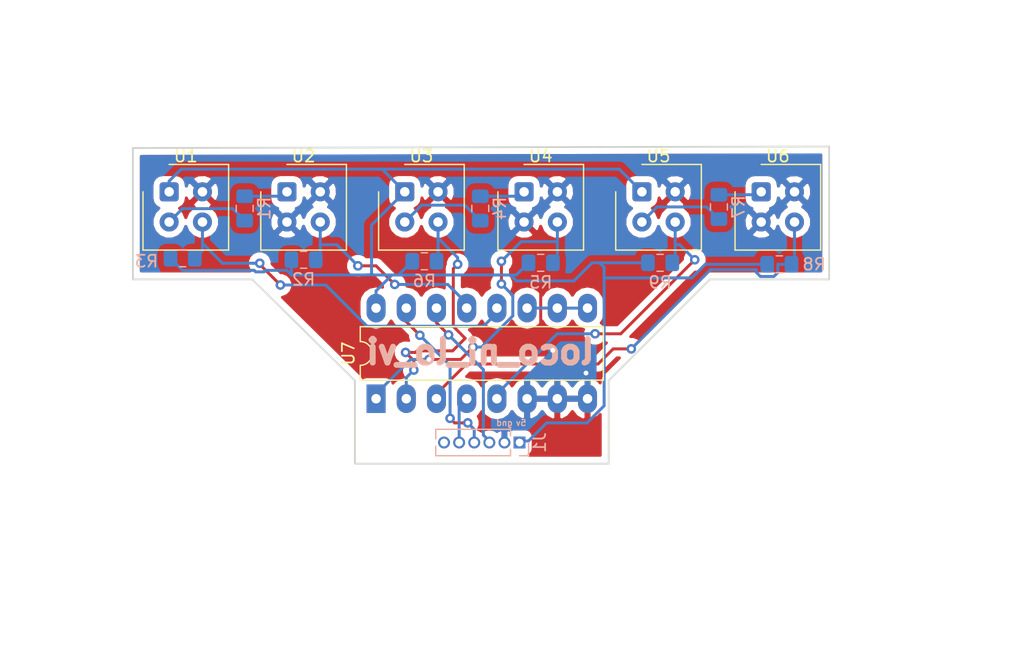
<source format=kicad_pcb>
(kicad_pcb (version 20171130) (host pcbnew "(5.0.1)-4")

  (general
    (thickness 1.6)
    (drawings 22)
    (tracks 199)
    (zones 0)
    (modules 17)
    (nets 20)
  )

  (page A4)
  (layers
    (0 F.Cu signal)
    (31 B.Cu signal)
    (32 B.Adhes user)
    (33 F.Adhes user)
    (34 B.Paste user)
    (35 F.Paste user)
    (36 B.SilkS user)
    (37 F.SilkS user)
    (38 B.Mask user)
    (39 F.Mask user)
    (40 Dwgs.User user)
    (41 Cmts.User user)
    (42 Eco1.User user)
    (43 Eco2.User user)
    (44 Edge.Cuts user)
    (45 Margin user)
    (46 B.CrtYd user)
    (47 F.CrtYd user)
    (48 B.Fab user)
    (49 F.Fab user)
  )

  (setup
    (last_trace_width 0.25)
    (trace_clearance 0.2)
    (zone_clearance 0.508)
    (zone_45_only no)
    (trace_min 0.2)
    (segment_width 0.2)
    (edge_width 0.15)
    (via_size 0.8)
    (via_drill 0.4)
    (via_min_size 0.4)
    (via_min_drill 0.3)
    (uvia_size 0.3)
    (uvia_drill 0.1)
    (uvias_allowed no)
    (uvia_min_size 0.2)
    (uvia_min_drill 0.1)
    (pcb_text_width 0.3)
    (pcb_text_size 1.5 1.5)
    (mod_edge_width 0.15)
    (mod_text_size 1 1)
    (mod_text_width 0.15)
    (pad_size 1.524 1.524)
    (pad_drill 0.762)
    (pad_to_mask_clearance 0.051)
    (solder_mask_min_width 0.25)
    (aux_axis_origin 0 0)
    (visible_elements 7FFFFFFF)
    (pcbplotparams
      (layerselection 0x010fc_ffffffff)
      (usegerberextensions false)
      (usegerberattributes false)
      (usegerberadvancedattributes false)
      (creategerberjobfile false)
      (excludeedgelayer true)
      (linewidth 0.100000)
      (plotframeref false)
      (viasonmask false)
      (mode 1)
      (useauxorigin false)
      (hpglpennumber 1)
      (hpglpenspeed 20)
      (hpglpendiameter 15.000000)
      (psnegative false)
      (psa4output false)
      (plotreference true)
      (plotvalue true)
      (plotinvisibletext false)
      (padsonsilk false)
      (subtractmaskfromsilk false)
      (outputformat 1)
      (mirror false)
      (drillshape 1)
      (scaleselection 1)
      (outputdirectory ""))
  )

  (net 0 "")
  (net 1 +5V)
  (net 2 GND)
  (net 3 /linea1)
  (net 4 /linea2)
  (net 5 /linea3)
  (net 6 /linea_selec)
  (net 7 "Net-(R1-Pad1)")
  (net 8 "Net-(R1-Pad2)")
  (net 9 /sensor2)
  (net 10 /sensor1)
  (net 11 "Net-(R4-Pad1)")
  (net 12 "Net-(R4-Pad2)")
  (net 13 /sensor4)
  (net 14 /sensor3)
  (net 15 "Net-(R7-Pad1)")
  (net 16 "Net-(R7-Pad2)")
  (net 17 /sensor6)
  (net 18 /sensor5)
  (net 19 /linea_selc)

  (net_class Default "Esta es la clase de red por defecto."
    (clearance 0.2)
    (trace_width 0.25)
    (via_dia 0.8)
    (via_drill 0.4)
    (uvia_dia 0.3)
    (uvia_drill 0.1)
    (add_net +5V)
    (add_net /linea1)
    (add_net /linea2)
    (add_net /linea3)
    (add_net /linea_selc)
    (add_net /linea_selec)
    (add_net /sensor1)
    (add_net /sensor2)
    (add_net /sensor3)
    (add_net /sensor4)
    (add_net /sensor5)
    (add_net /sensor6)
    (add_net GND)
    (add_net "Net-(R1-Pad1)")
    (add_net "Net-(R1-Pad2)")
    (add_net "Net-(R4-Pad1)")
    (add_net "Net-(R4-Pad2)")
    (add_net "Net-(R7-Pad1)")
    (add_net "Net-(R7-Pad2)")
  )

  (module Connector_PinHeader_1.27mm:PinHeader_1x06_P1.27mm_Vertical (layer B.Cu) (tedit 59FED6E3) (tstamp 5BFE040A)
    (at 182.626 61.722 90)
    (descr "Through hole straight pin header, 1x06, 1.27mm pitch, single row")
    (tags "Through hole pin header THT 1x06 1.27mm single row")
    (path /5BF3C279)
    (fp_text reference J1 (at 0 1.695 90) (layer B.SilkS)
      (effects (font (size 1 1) (thickness 0.15)) (justify mirror))
    )
    (fp_text value Conn_01x06_Female (at 0 -8.045 90) (layer B.Fab)
      (effects (font (size 1 1) (thickness 0.15)) (justify mirror))
    )
    (fp_line (start -0.525 0.635) (end 1.05 0.635) (layer B.Fab) (width 0.1))
    (fp_line (start 1.05 0.635) (end 1.05 -6.985) (layer B.Fab) (width 0.1))
    (fp_line (start 1.05 -6.985) (end -1.05 -6.985) (layer B.Fab) (width 0.1))
    (fp_line (start -1.05 -6.985) (end -1.05 0.11) (layer B.Fab) (width 0.1))
    (fp_line (start -1.05 0.11) (end -0.525 0.635) (layer B.Fab) (width 0.1))
    (fp_line (start -1.11 -7.045) (end -0.30753 -7.045) (layer B.SilkS) (width 0.12))
    (fp_line (start 0.30753 -7.045) (end 1.11 -7.045) (layer B.SilkS) (width 0.12))
    (fp_line (start -1.11 -0.76) (end -1.11 -7.045) (layer B.SilkS) (width 0.12))
    (fp_line (start 1.11 -0.76) (end 1.11 -7.045) (layer B.SilkS) (width 0.12))
    (fp_line (start -1.11 -0.76) (end -0.563471 -0.76) (layer B.SilkS) (width 0.12))
    (fp_line (start 0.563471 -0.76) (end 1.11 -0.76) (layer B.SilkS) (width 0.12))
    (fp_line (start -1.11 0) (end -1.11 0.76) (layer B.SilkS) (width 0.12))
    (fp_line (start -1.11 0.76) (end 0 0.76) (layer B.SilkS) (width 0.12))
    (fp_line (start -1.55 1.15) (end -1.55 -7.5) (layer B.CrtYd) (width 0.05))
    (fp_line (start -1.55 -7.5) (end 1.55 -7.5) (layer B.CrtYd) (width 0.05))
    (fp_line (start 1.55 -7.5) (end 1.55 1.15) (layer B.CrtYd) (width 0.05))
    (fp_line (start 1.55 1.15) (end -1.55 1.15) (layer B.CrtYd) (width 0.05))
    (fp_text user %R (at 0 -3.175) (layer B.Fab)
      (effects (font (size 1 1) (thickness 0.15)) (justify mirror))
    )
    (pad 1 thru_hole rect (at 0 0 90) (size 1 1) (drill 0.65) (layers *.Cu *.Mask)
      (net 1 +5V))
    (pad 2 thru_hole oval (at 0 -1.27 90) (size 1 1) (drill 0.65) (layers *.Cu *.Mask)
      (net 2 GND))
    (pad 3 thru_hole oval (at 0 -2.54 90) (size 1 1) (drill 0.65) (layers *.Cu *.Mask)
      (net 3 /linea1))
    (pad 4 thru_hole oval (at 0 -3.81 90) (size 1 1) (drill 0.65) (layers *.Cu *.Mask)
      (net 4 /linea2))
    (pad 5 thru_hole oval (at 0 -5.08 90) (size 1 1) (drill 0.65) (layers *.Cu *.Mask)
      (net 5 /linea3))
    (pad 6 thru_hole oval (at 0 -6.35 90) (size 1 1) (drill 0.65) (layers *.Cu *.Mask)
      (net 6 /linea_selec))
    (model ${KISYS3DMOD}/Connector_PinHeader_1.27mm.3dshapes/PinHeader_1x06_P1.27mm_Vertical.wrl
      (at (xyz 0 0 0))
      (scale (xyz 1 1 1))
      (rotate (xyz 0 0 0))
    )
  )

  (module Resistor_SMD:R_0805_2012Metric_Pad1.15x1.40mm_HandSolder (layer B.Cu) (tedit 5B36C52B) (tstamp 5BFDF43A)
    (at 159.512 42.037 90)
    (descr "Resistor SMD 0805 (2012 Metric), square (rectangular) end terminal, IPC_7351 nominal with elongated pad for handsoldering. (Body size source: https://docs.google.com/spreadsheets/d/1BsfQQcO9C6DZCsRaXUlFlo91Tg2WpOkGARC1WS5S8t0/edit?usp=sharing), generated with kicad-footprint-generator")
    (tags "resistor handsolder")
    (path /5BF049F9)
    (attr smd)
    (fp_text reference R1 (at 0 1.65 90) (layer B.SilkS)
      (effects (font (size 1 1) (thickness 0.15)) (justify mirror))
    )
    (fp_text value 82 (at 0 -1.65 90) (layer B.Fab)
      (effects (font (size 1 1) (thickness 0.15)) (justify mirror))
    )
    (fp_line (start -1 -0.6) (end -1 0.6) (layer B.Fab) (width 0.1))
    (fp_line (start -1 0.6) (end 1 0.6) (layer B.Fab) (width 0.1))
    (fp_line (start 1 0.6) (end 1 -0.6) (layer B.Fab) (width 0.1))
    (fp_line (start 1 -0.6) (end -1 -0.6) (layer B.Fab) (width 0.1))
    (fp_line (start -0.261252 0.71) (end 0.261252 0.71) (layer B.SilkS) (width 0.12))
    (fp_line (start -0.261252 -0.71) (end 0.261252 -0.71) (layer B.SilkS) (width 0.12))
    (fp_line (start -1.85 -0.95) (end -1.85 0.95) (layer B.CrtYd) (width 0.05))
    (fp_line (start -1.85 0.95) (end 1.85 0.95) (layer B.CrtYd) (width 0.05))
    (fp_line (start 1.85 0.95) (end 1.85 -0.95) (layer B.CrtYd) (width 0.05))
    (fp_line (start 1.85 -0.95) (end -1.85 -0.95) (layer B.CrtYd) (width 0.05))
    (fp_text user %R (at 0 0 90) (layer B.Fab)
      (effects (font (size 0.5 0.5) (thickness 0.08)) (justify mirror))
    )
    (pad 1 smd roundrect (at -1.025 0 90) (size 1.15 1.4) (layers B.Cu B.Paste B.Mask) (roundrect_rratio 0.217391)
      (net 7 "Net-(R1-Pad1)"))
    (pad 2 smd roundrect (at 1.025 0 90) (size 1.15 1.4) (layers B.Cu B.Paste B.Mask) (roundrect_rratio 0.217391)
      (net 8 "Net-(R1-Pad2)"))
    (model ${KISYS3DMOD}/Resistor_SMD.3dshapes/R_0805_2012Metric.wrl
      (at (xyz 0 0 0))
      (scale (xyz 1 1 1))
      (rotate (xyz 0 0 0))
    )
  )

  (module Resistor_SMD:R_0805_2012Metric_Pad1.15x1.40mm_HandSolder (layer B.Cu) (tedit 5B36C52B) (tstamp 5BFDF44B)
    (at 164.465 46.355)
    (descr "Resistor SMD 0805 (2012 Metric), square (rectangular) end terminal, IPC_7351 nominal with elongated pad for handsoldering. (Body size source: https://docs.google.com/spreadsheets/d/1BsfQQcO9C6DZCsRaXUlFlo91Tg2WpOkGARC1WS5S8t0/edit?usp=sharing), generated with kicad-footprint-generator")
    (tags "resistor handsolder")
    (path /5BF04A2C)
    (attr smd)
    (fp_text reference R2 (at 0 1.65) (layer B.SilkS)
      (effects (font (size 1 1) (thickness 0.15)) (justify mirror))
    )
    (fp_text value 10k (at 0 -1.65) (layer B.Fab)
      (effects (font (size 1 1) (thickness 0.15)) (justify mirror))
    )
    (fp_line (start -1 -0.6) (end -1 0.6) (layer B.Fab) (width 0.1))
    (fp_line (start -1 0.6) (end 1 0.6) (layer B.Fab) (width 0.1))
    (fp_line (start 1 0.6) (end 1 -0.6) (layer B.Fab) (width 0.1))
    (fp_line (start 1 -0.6) (end -1 -0.6) (layer B.Fab) (width 0.1))
    (fp_line (start -0.261252 0.71) (end 0.261252 0.71) (layer B.SilkS) (width 0.12))
    (fp_line (start -0.261252 -0.71) (end 0.261252 -0.71) (layer B.SilkS) (width 0.12))
    (fp_line (start -1.85 -0.95) (end -1.85 0.95) (layer B.CrtYd) (width 0.05))
    (fp_line (start -1.85 0.95) (end 1.85 0.95) (layer B.CrtYd) (width 0.05))
    (fp_line (start 1.85 0.95) (end 1.85 -0.95) (layer B.CrtYd) (width 0.05))
    (fp_line (start 1.85 -0.95) (end -1.85 -0.95) (layer B.CrtYd) (width 0.05))
    (fp_text user %R (at 0 0) (layer B.Fab)
      (effects (font (size 0.5 0.5) (thickness 0.08)) (justify mirror))
    )
    (pad 1 smd roundrect (at -1.025 0) (size 1.15 1.4) (layers B.Cu B.Paste B.Mask) (roundrect_rratio 0.217391)
      (net 1 +5V))
    (pad 2 smd roundrect (at 1.025 0) (size 1.15 1.4) (layers B.Cu B.Paste B.Mask) (roundrect_rratio 0.217391)
      (net 9 /sensor2))
    (model ${KISYS3DMOD}/Resistor_SMD.3dshapes/R_0805_2012Metric.wrl
      (at (xyz 0 0 0))
      (scale (xyz 1 1 1))
      (rotate (xyz 0 0 0))
    )
  )

  (module Resistor_SMD:R_0805_2012Metric_Pad1.15x1.40mm_HandSolder (layer B.Cu) (tedit 5B36C52B) (tstamp 5BFDF45C)
    (at 154.296 46.228)
    (descr "Resistor SMD 0805 (2012 Metric), square (rectangular) end terminal, IPC_7351 nominal with elongated pad for handsoldering. (Body size source: https://docs.google.com/spreadsheets/d/1BsfQQcO9C6DZCsRaXUlFlo91Tg2WpOkGARC1WS5S8t0/edit?usp=sharing), generated with kicad-footprint-generator")
    (tags "resistor handsolder")
    (path /5BF04A06)
    (attr smd)
    (fp_text reference R3 (at -3.039 0.254) (layer B.SilkS)
      (effects (font (size 1 1) (thickness 0.15)) (justify mirror))
    )
    (fp_text value 10k (at 0 -1.65) (layer B.Fab)
      (effects (font (size 1 1) (thickness 0.15)) (justify mirror))
    )
    (fp_text user %R (at 0 0) (layer B.Fab)
      (effects (font (size 0.5 0.5) (thickness 0.08)) (justify mirror))
    )
    (fp_line (start 1.85 -0.95) (end -1.85 -0.95) (layer B.CrtYd) (width 0.05))
    (fp_line (start 1.85 0.95) (end 1.85 -0.95) (layer B.CrtYd) (width 0.05))
    (fp_line (start -1.85 0.95) (end 1.85 0.95) (layer B.CrtYd) (width 0.05))
    (fp_line (start -1.85 -0.95) (end -1.85 0.95) (layer B.CrtYd) (width 0.05))
    (fp_line (start -0.261252 -0.71) (end 0.261252 -0.71) (layer B.SilkS) (width 0.12))
    (fp_line (start -0.261252 0.71) (end 0.261252 0.71) (layer B.SilkS) (width 0.12))
    (fp_line (start 1 -0.6) (end -1 -0.6) (layer B.Fab) (width 0.1))
    (fp_line (start 1 0.6) (end 1 -0.6) (layer B.Fab) (width 0.1))
    (fp_line (start -1 0.6) (end 1 0.6) (layer B.Fab) (width 0.1))
    (fp_line (start -1 -0.6) (end -1 0.6) (layer B.Fab) (width 0.1))
    (pad 2 smd roundrect (at 1.025 0) (size 1.15 1.4) (layers B.Cu B.Paste B.Mask) (roundrect_rratio 0.217391)
      (net 10 /sensor1))
    (pad 1 smd roundrect (at -1.025 0) (size 1.15 1.4) (layers B.Cu B.Paste B.Mask) (roundrect_rratio 0.217391)
      (net 1 +5V))
    (model ${KISYS3DMOD}/Resistor_SMD.3dshapes/R_0805_2012Metric.wrl
      (at (xyz 0 0 0))
      (scale (xyz 1 1 1))
      (rotate (xyz 0 0 0))
    )
  )

  (module Resistor_SMD:R_0805_2012Metric_Pad1.15x1.40mm_HandSolder (layer B.Cu) (tedit 5B36C52B) (tstamp 5BFDF46D)
    (at 179.324 42.037 90)
    (descr "Resistor SMD 0805 (2012 Metric), square (rectangular) end terminal, IPC_7351 nominal with elongated pad for handsoldering. (Body size source: https://docs.google.com/spreadsheets/d/1BsfQQcO9C6DZCsRaXUlFlo91Tg2WpOkGARC1WS5S8t0/edit?usp=sharing), generated with kicad-footprint-generator")
    (tags "resistor handsolder")
    (path /5BF04F50)
    (attr smd)
    (fp_text reference R4 (at 0 1.65 90) (layer B.SilkS)
      (effects (font (size 1 1) (thickness 0.15)) (justify mirror))
    )
    (fp_text value 82 (at 0 -1.65 90) (layer B.Fab)
      (effects (font (size 1 1) (thickness 0.15)) (justify mirror))
    )
    (fp_line (start -1 -0.6) (end -1 0.6) (layer B.Fab) (width 0.1))
    (fp_line (start -1 0.6) (end 1 0.6) (layer B.Fab) (width 0.1))
    (fp_line (start 1 0.6) (end 1 -0.6) (layer B.Fab) (width 0.1))
    (fp_line (start 1 -0.6) (end -1 -0.6) (layer B.Fab) (width 0.1))
    (fp_line (start -0.261252 0.71) (end 0.261252 0.71) (layer B.SilkS) (width 0.12))
    (fp_line (start -0.261252 -0.71) (end 0.261252 -0.71) (layer B.SilkS) (width 0.12))
    (fp_line (start -1.85 -0.95) (end -1.85 0.95) (layer B.CrtYd) (width 0.05))
    (fp_line (start -1.85 0.95) (end 1.85 0.95) (layer B.CrtYd) (width 0.05))
    (fp_line (start 1.85 0.95) (end 1.85 -0.95) (layer B.CrtYd) (width 0.05))
    (fp_line (start 1.85 -0.95) (end -1.85 -0.95) (layer B.CrtYd) (width 0.05))
    (fp_text user %R (at 0 0 90) (layer B.Fab)
      (effects (font (size 0.5 0.5) (thickness 0.08)) (justify mirror))
    )
    (pad 1 smd roundrect (at -1.025 0 90) (size 1.15 1.4) (layers B.Cu B.Paste B.Mask) (roundrect_rratio 0.217391)
      (net 11 "Net-(R4-Pad1)"))
    (pad 2 smd roundrect (at 1.025 0 90) (size 1.15 1.4) (layers B.Cu B.Paste B.Mask) (roundrect_rratio 0.217391)
      (net 12 "Net-(R4-Pad2)"))
    (model ${KISYS3DMOD}/Resistor_SMD.3dshapes/R_0805_2012Metric.wrl
      (at (xyz 0 0 0))
      (scale (xyz 1 1 1))
      (rotate (xyz 0 0 0))
    )
  )

  (module Resistor_SMD:R_0805_2012Metric_Pad1.15x1.40mm_HandSolder (layer B.Cu) (tedit 5B36C52B) (tstamp 5BFDF47E)
    (at 184.404 46.609)
    (descr "Resistor SMD 0805 (2012 Metric), square (rectangular) end terminal, IPC_7351 nominal with elongated pad for handsoldering. (Body size source: https://docs.google.com/spreadsheets/d/1BsfQQcO9C6DZCsRaXUlFlo91Tg2WpOkGARC1WS5S8t0/edit?usp=sharing), generated with kicad-footprint-generator")
    (tags "resistor handsolder")
    (path /5BF04F83)
    (attr smd)
    (fp_text reference R5 (at 0 1.65) (layer B.SilkS)
      (effects (font (size 1 1) (thickness 0.15)) (justify mirror))
    )
    (fp_text value 10k (at 0 -1.65) (layer B.Fab)
      (effects (font (size 1 1) (thickness 0.15)) (justify mirror))
    )
    (fp_text user %R (at 0 0) (layer B.Fab)
      (effects (font (size 0.5 0.5) (thickness 0.08)) (justify mirror))
    )
    (fp_line (start 1.85 -0.95) (end -1.85 -0.95) (layer B.CrtYd) (width 0.05))
    (fp_line (start 1.85 0.95) (end 1.85 -0.95) (layer B.CrtYd) (width 0.05))
    (fp_line (start -1.85 0.95) (end 1.85 0.95) (layer B.CrtYd) (width 0.05))
    (fp_line (start -1.85 -0.95) (end -1.85 0.95) (layer B.CrtYd) (width 0.05))
    (fp_line (start -0.261252 -0.71) (end 0.261252 -0.71) (layer B.SilkS) (width 0.12))
    (fp_line (start -0.261252 0.71) (end 0.261252 0.71) (layer B.SilkS) (width 0.12))
    (fp_line (start 1 -0.6) (end -1 -0.6) (layer B.Fab) (width 0.1))
    (fp_line (start 1 0.6) (end 1 -0.6) (layer B.Fab) (width 0.1))
    (fp_line (start -1 0.6) (end 1 0.6) (layer B.Fab) (width 0.1))
    (fp_line (start -1 -0.6) (end -1 0.6) (layer B.Fab) (width 0.1))
    (pad 2 smd roundrect (at 1.025 0) (size 1.15 1.4) (layers B.Cu B.Paste B.Mask) (roundrect_rratio 0.217391)
      (net 13 /sensor4))
    (pad 1 smd roundrect (at -1.025 0) (size 1.15 1.4) (layers B.Cu B.Paste B.Mask) (roundrect_rratio 0.217391)
      (net 1 +5V))
    (model ${KISYS3DMOD}/Resistor_SMD.3dshapes/R_0805_2012Metric.wrl
      (at (xyz 0 0 0))
      (scale (xyz 1 1 1))
      (rotate (xyz 0 0 0))
    )
  )

  (module Resistor_SMD:R_0805_2012Metric_Pad1.15x1.40mm_HandSolder (layer B.Cu) (tedit 5B36C52B) (tstamp 5BFDF48F)
    (at 174.625 46.482)
    (descr "Resistor SMD 0805 (2012 Metric), square (rectangular) end terminal, IPC_7351 nominal with elongated pad for handsoldering. (Body size source: https://docs.google.com/spreadsheets/d/1BsfQQcO9C6DZCsRaXUlFlo91Tg2WpOkGARC1WS5S8t0/edit?usp=sharing), generated with kicad-footprint-generator")
    (tags "resistor handsolder")
    (path /5BF04F5D)
    (attr smd)
    (fp_text reference R6 (at 0 1.65) (layer B.SilkS)
      (effects (font (size 1 1) (thickness 0.15)) (justify mirror))
    )
    (fp_text value 10k (at 0 -1.65) (layer B.Fab)
      (effects (font (size 1 1) (thickness 0.15)) (justify mirror))
    )
    (fp_text user %R (at 0 0) (layer B.Fab)
      (effects (font (size 0.5 0.5) (thickness 0.08)) (justify mirror))
    )
    (fp_line (start 1.85 -0.95) (end -1.85 -0.95) (layer B.CrtYd) (width 0.05))
    (fp_line (start 1.85 0.95) (end 1.85 -0.95) (layer B.CrtYd) (width 0.05))
    (fp_line (start -1.85 0.95) (end 1.85 0.95) (layer B.CrtYd) (width 0.05))
    (fp_line (start -1.85 -0.95) (end -1.85 0.95) (layer B.CrtYd) (width 0.05))
    (fp_line (start -0.261252 -0.71) (end 0.261252 -0.71) (layer B.SilkS) (width 0.12))
    (fp_line (start -0.261252 0.71) (end 0.261252 0.71) (layer B.SilkS) (width 0.12))
    (fp_line (start 1 -0.6) (end -1 -0.6) (layer B.Fab) (width 0.1))
    (fp_line (start 1 0.6) (end 1 -0.6) (layer B.Fab) (width 0.1))
    (fp_line (start -1 0.6) (end 1 0.6) (layer B.Fab) (width 0.1))
    (fp_line (start -1 -0.6) (end -1 0.6) (layer B.Fab) (width 0.1))
    (pad 2 smd roundrect (at 1.025 0) (size 1.15 1.4) (layers B.Cu B.Paste B.Mask) (roundrect_rratio 0.217391)
      (net 14 /sensor3))
    (pad 1 smd roundrect (at -1.025 0) (size 1.15 1.4) (layers B.Cu B.Paste B.Mask) (roundrect_rratio 0.217391)
      (net 1 +5V))
    (model ${KISYS3DMOD}/Resistor_SMD.3dshapes/R_0805_2012Metric.wrl
      (at (xyz 0 0 0))
      (scale (xyz 1 1 1))
      (rotate (xyz 0 0 0))
    )
  )

  (module Resistor_SMD:R_0805_2012Metric_Pad1.15x1.40mm_HandSolder (layer B.Cu) (tedit 5B36C52B) (tstamp 5BFDF4A0)
    (at 199.39 41.91 90)
    (descr "Resistor SMD 0805 (2012 Metric), square (rectangular) end terminal, IPC_7351 nominal with elongated pad for handsoldering. (Body size source: https://docs.google.com/spreadsheets/d/1BsfQQcO9C6DZCsRaXUlFlo91Tg2WpOkGARC1WS5S8t0/edit?usp=sharing), generated with kicad-footprint-generator")
    (tags "resistor handsolder")
    (path /5BF040BF)
    (attr smd)
    (fp_text reference R7 (at 0 1.65 90) (layer B.SilkS)
      (effects (font (size 1 1) (thickness 0.15)) (justify mirror))
    )
    (fp_text value 82 (at 0 -1.65 90) (layer B.Fab)
      (effects (font (size 1 1) (thickness 0.15)) (justify mirror))
    )
    (fp_line (start -1 -0.6) (end -1 0.6) (layer B.Fab) (width 0.1))
    (fp_line (start -1 0.6) (end 1 0.6) (layer B.Fab) (width 0.1))
    (fp_line (start 1 0.6) (end 1 -0.6) (layer B.Fab) (width 0.1))
    (fp_line (start 1 -0.6) (end -1 -0.6) (layer B.Fab) (width 0.1))
    (fp_line (start -0.261252 0.71) (end 0.261252 0.71) (layer B.SilkS) (width 0.12))
    (fp_line (start -0.261252 -0.71) (end 0.261252 -0.71) (layer B.SilkS) (width 0.12))
    (fp_line (start -1.85 -0.95) (end -1.85 0.95) (layer B.CrtYd) (width 0.05))
    (fp_line (start -1.85 0.95) (end 1.85 0.95) (layer B.CrtYd) (width 0.05))
    (fp_line (start 1.85 0.95) (end 1.85 -0.95) (layer B.CrtYd) (width 0.05))
    (fp_line (start 1.85 -0.95) (end -1.85 -0.95) (layer B.CrtYd) (width 0.05))
    (fp_text user %R (at 0 0 90) (layer B.Fab)
      (effects (font (size 0.5 0.5) (thickness 0.08)) (justify mirror))
    )
    (pad 1 smd roundrect (at -1.025 0 90) (size 1.15 1.4) (layers B.Cu B.Paste B.Mask) (roundrect_rratio 0.217391)
      (net 15 "Net-(R7-Pad1)"))
    (pad 2 smd roundrect (at 1.025 0 90) (size 1.15 1.4) (layers B.Cu B.Paste B.Mask) (roundrect_rratio 0.217391)
      (net 16 "Net-(R7-Pad2)"))
    (model ${KISYS3DMOD}/Resistor_SMD.3dshapes/R_0805_2012Metric.wrl
      (at (xyz 0 0 0))
      (scale (xyz 1 1 1))
      (rotate (xyz 0 0 0))
    )
  )

  (module Resistor_SMD:R_0805_2012Metric_Pad1.15x1.40mm_HandSolder (layer B.Cu) (tedit 5B36C52B) (tstamp 5BF9755A)
    (at 204.47 46.736)
    (descr "Resistor SMD 0805 (2012 Metric), square (rectangular) end terminal, IPC_7351 nominal with elongated pad for handsoldering. (Body size source: https://docs.google.com/spreadsheets/d/1BsfQQcO9C6DZCsRaXUlFlo91Tg2WpOkGARC1WS5S8t0/edit?usp=sharing), generated with kicad-footprint-generator")
    (tags "resistor handsolder")
    (path /5BF04318)
    (attr smd)
    (fp_text reference R8 (at 2.921 0) (layer B.SilkS)
      (effects (font (size 1 1) (thickness 0.15)) (justify mirror))
    )
    (fp_text value 10k (at 0 -1.65) (layer B.Fab)
      (effects (font (size 1 1) (thickness 0.15)) (justify mirror))
    )
    (fp_text user %R (at 0 0) (layer B.Fab)
      (effects (font (size 0.5 0.5) (thickness 0.08)) (justify mirror))
    )
    (fp_line (start 1.85 -0.95) (end -1.85 -0.95) (layer B.CrtYd) (width 0.05))
    (fp_line (start 1.85 0.95) (end 1.85 -0.95) (layer B.CrtYd) (width 0.05))
    (fp_line (start -1.85 0.95) (end 1.85 0.95) (layer B.CrtYd) (width 0.05))
    (fp_line (start -1.85 -0.95) (end -1.85 0.95) (layer B.CrtYd) (width 0.05))
    (fp_line (start -0.261252 -0.71) (end 0.261252 -0.71) (layer B.SilkS) (width 0.12))
    (fp_line (start -0.261252 0.71) (end 0.261252 0.71) (layer B.SilkS) (width 0.12))
    (fp_line (start 1 -0.6) (end -1 -0.6) (layer B.Fab) (width 0.1))
    (fp_line (start 1 0.6) (end 1 -0.6) (layer B.Fab) (width 0.1))
    (fp_line (start -1 0.6) (end 1 0.6) (layer B.Fab) (width 0.1))
    (fp_line (start -1 -0.6) (end -1 0.6) (layer B.Fab) (width 0.1))
    (pad 2 smd roundrect (at 1.025 0) (size 1.15 1.4) (layers B.Cu B.Paste B.Mask) (roundrect_rratio 0.217391)
      (net 17 /sensor6))
    (pad 1 smd roundrect (at -1.025 0) (size 1.15 1.4) (layers B.Cu B.Paste B.Mask) (roundrect_rratio 0.217391)
      (net 1 +5V))
    (model ${KISYS3DMOD}/Resistor_SMD.3dshapes/R_0805_2012Metric.wrl
      (at (xyz 0 0 0))
      (scale (xyz 1 1 1))
      (rotate (xyz 0 0 0))
    )
  )

  (module Resistor_SMD:R_0805_2012Metric_Pad1.15x1.40mm_HandSolder (layer B.Cu) (tedit 5B36C52B) (tstamp 5BF97509)
    (at 194.446 46.609)
    (descr "Resistor SMD 0805 (2012 Metric), square (rectangular) end terminal, IPC_7351 nominal with elongated pad for handsoldering. (Body size source: https://docs.google.com/spreadsheets/d/1BsfQQcO9C6DZCsRaXUlFlo91Tg2WpOkGARC1WS5S8t0/edit?usp=sharing), generated with kicad-footprint-generator")
    (tags "resistor handsolder")
    (path /5BF04153)
    (attr smd)
    (fp_text reference R9 (at 0 1.65) (layer B.SilkS)
      (effects (font (size 1 1) (thickness 0.15)) (justify mirror))
    )
    (fp_text value 10k (at 0 -1.65) (layer B.Fab)
      (effects (font (size 1 1) (thickness 0.15)) (justify mirror))
    )
    (fp_text user %R (at 0 0) (layer B.Fab)
      (effects (font (size 0.5 0.5) (thickness 0.08)) (justify mirror))
    )
    (fp_line (start 1.85 -0.95) (end -1.85 -0.95) (layer B.CrtYd) (width 0.05))
    (fp_line (start 1.85 0.95) (end 1.85 -0.95) (layer B.CrtYd) (width 0.05))
    (fp_line (start -1.85 0.95) (end 1.85 0.95) (layer B.CrtYd) (width 0.05))
    (fp_line (start -1.85 -0.95) (end -1.85 0.95) (layer B.CrtYd) (width 0.05))
    (fp_line (start -0.261252 -0.71) (end 0.261252 -0.71) (layer B.SilkS) (width 0.12))
    (fp_line (start -0.261252 0.71) (end 0.261252 0.71) (layer B.SilkS) (width 0.12))
    (fp_line (start 1 -0.6) (end -1 -0.6) (layer B.Fab) (width 0.1))
    (fp_line (start 1 0.6) (end 1 -0.6) (layer B.Fab) (width 0.1))
    (fp_line (start -1 0.6) (end 1 0.6) (layer B.Fab) (width 0.1))
    (fp_line (start -1 -0.6) (end -1 0.6) (layer B.Fab) (width 0.1))
    (pad 2 smd roundrect (at 1.025 0) (size 1.15 1.4) (layers B.Cu B.Paste B.Mask) (roundrect_rratio 0.217391)
      (net 18 /sensor5))
    (pad 1 smd roundrect (at -1.025 0) (size 1.15 1.4) (layers B.Cu B.Paste B.Mask) (roundrect_rratio 0.217391)
      (net 1 +5V))
    (model ${KISYS3DMOD}/Resistor_SMD.3dshapes/R_0805_2012Metric.wrl
      (at (xyz 0 0 0))
      (scale (xyz 1 1 1))
      (rotate (xyz 0 0 0))
    )
  )

  (module OptoDevice:Vishay_CNY70 (layer F.Cu) (tedit 5B8AF8E9) (tstamp 5BFDF4E2)
    (at 153.162 40.64)
    (descr "package for Vishay CNY70 refective photo coupler/interrupter")
    (tags "Vishay CNY70 refective photo coupler")
    (path /5BF049F2)
    (fp_text reference U1 (at 1.4 -3) (layer F.SilkS)
      (effects (font (size 1 1) (thickness 0.15)))
    )
    (fp_text value CNY70 (at 1.4 5.8) (layer F.Fab)
      (effects (font (size 1 1) (thickness 0.15)))
    )
    (fp_text user %R (at 1.5 1.4) (layer F.Fab)
      (effects (font (size 1 1) (thickness 0.15)))
    )
    (fp_line (start 5 4.9) (end 5 -2.3) (layer F.SilkS) (width 0.12))
    (fp_line (start -2.2 4.9) (end 5 4.9) (layer F.SilkS) (width 0.12))
    (fp_line (start -2.2 0) (end -2.2 4.9) (layer F.SilkS) (width 0.12))
    (fp_line (start 5 -2.3) (end 0 -2.3) (layer F.SilkS) (width 0.12))
    (fp_line (start -1.1 3.9) (end 3.9 3.9) (layer F.Fab) (width 0.1))
    (fp_line (start -1.1 -1.2) (end -1.1 3.9) (layer F.Fab) (width 0.1))
    (fp_line (start 3.9 -1.2) (end -1.1 -1.2) (layer F.Fab) (width 0.1))
    (fp_line (start 3.9 3.9) (end 3.9 -1.2) (layer F.Fab) (width 0.1))
    (fp_line (start 1.2 4.5) (end 1.2 4.8) (layer F.Fab) (width 0.1))
    (fp_line (start 1.6 4.5) (end 1.2 4.5) (layer F.Fab) (width 0.1))
    (fp_line (start 1.6 4.8) (end 1.6 4.5) (layer F.Fab) (width 0.1))
    (fp_line (start 1.6 -1.9) (end 1.6 -2.2) (layer F.Fab) (width 0.1))
    (fp_line (start 1.2 -1.9) (end 1.6 -1.9) (layer F.Fab) (width 0.1))
    (fp_line (start 1.2 -2.2) (end 1.2 -1.9) (layer F.Fab) (width 0.1))
    (fp_line (start -2.1 -1.2) (end -1.1 -2.2) (layer F.Fab) (width 0.1))
    (fp_line (start -2.1 4.8) (end -2.1 -1.2) (layer F.Fab) (width 0.1))
    (fp_line (start 4.9 4.8) (end -2.1 4.8) (layer F.Fab) (width 0.1))
    (fp_line (start 4.9 -2.2) (end 4.9 4.8) (layer F.Fab) (width 0.1))
    (fp_line (start -1.1 -2.2) (end 4.9 -2.2) (layer F.Fab) (width 0.1))
    (fp_line (start -2.35 -2.45) (end 5.15 -2.45) (layer F.CrtYd) (width 0.05))
    (fp_line (start -2.35 -2.45) (end -2.35 5.05) (layer F.CrtYd) (width 0.05))
    (fp_line (start 5.15 5.05) (end 5.15 -2.45) (layer F.CrtYd) (width 0.05))
    (fp_line (start 5.15 5.05) (end -2.35 5.05) (layer F.CrtYd) (width 0.05))
    (pad 4 thru_hole circle (at 2.8 0) (size 1.6 1.6) (drill 0.8) (layers *.Cu *.Mask)
      (net 2 GND))
    (pad 3 thru_hole circle (at 2.8 2.54) (size 1.6 1.6) (drill 0.8) (layers *.Cu *.Mask)
      (net 10 /sensor1))
    (pad 2 thru_hole circle (at 0 2.54) (size 1.6 1.6) (drill 0.8) (layers *.Cu *.Mask)
      (net 7 "Net-(R1-Pad1)"))
    (pad 1 thru_hole roundrect (at 0 0) (size 1.6 1.6) (drill 0.8) (layers *.Cu *.Mask) (roundrect_rratio 0.156)
      (net 1 +5V))
    (model ${KISYS3DMOD}/OptoDevice.3dshapes/Vishay_CNY70.wrl
      (at (xyz 0 0 0))
      (scale (xyz 1 1 1))
      (rotate (xyz 0 0 0))
    )
  )

  (module OptoDevice:Vishay_CNY70 (layer F.Cu) (tedit 5B8AF8E9) (tstamp 5BFDF502)
    (at 163.068 40.64)
    (descr "package for Vishay CNY70 refective photo coupler/interrupter")
    (tags "Vishay CNY70 refective photo coupler")
    (path /5BF04A13)
    (fp_text reference U2 (at 1.4 -3) (layer F.SilkS)
      (effects (font (size 1 1) (thickness 0.15)))
    )
    (fp_text value CNY70 (at 1.4 5.8) (layer F.Fab)
      (effects (font (size 1 1) (thickness 0.15)))
    )
    (fp_text user %R (at 1.5 1.4) (layer F.Fab)
      (effects (font (size 1 1) (thickness 0.15)))
    )
    (fp_line (start 5 4.9) (end 5 -2.3) (layer F.SilkS) (width 0.12))
    (fp_line (start -2.2 4.9) (end 5 4.9) (layer F.SilkS) (width 0.12))
    (fp_line (start -2.2 0) (end -2.2 4.9) (layer F.SilkS) (width 0.12))
    (fp_line (start 5 -2.3) (end 0 -2.3) (layer F.SilkS) (width 0.12))
    (fp_line (start -1.1 3.9) (end 3.9 3.9) (layer F.Fab) (width 0.1))
    (fp_line (start -1.1 -1.2) (end -1.1 3.9) (layer F.Fab) (width 0.1))
    (fp_line (start 3.9 -1.2) (end -1.1 -1.2) (layer F.Fab) (width 0.1))
    (fp_line (start 3.9 3.9) (end 3.9 -1.2) (layer F.Fab) (width 0.1))
    (fp_line (start 1.2 4.5) (end 1.2 4.8) (layer F.Fab) (width 0.1))
    (fp_line (start 1.6 4.5) (end 1.2 4.5) (layer F.Fab) (width 0.1))
    (fp_line (start 1.6 4.8) (end 1.6 4.5) (layer F.Fab) (width 0.1))
    (fp_line (start 1.6 -1.9) (end 1.6 -2.2) (layer F.Fab) (width 0.1))
    (fp_line (start 1.2 -1.9) (end 1.6 -1.9) (layer F.Fab) (width 0.1))
    (fp_line (start 1.2 -2.2) (end 1.2 -1.9) (layer F.Fab) (width 0.1))
    (fp_line (start -2.1 -1.2) (end -1.1 -2.2) (layer F.Fab) (width 0.1))
    (fp_line (start -2.1 4.8) (end -2.1 -1.2) (layer F.Fab) (width 0.1))
    (fp_line (start 4.9 4.8) (end -2.1 4.8) (layer F.Fab) (width 0.1))
    (fp_line (start 4.9 -2.2) (end 4.9 4.8) (layer F.Fab) (width 0.1))
    (fp_line (start -1.1 -2.2) (end 4.9 -2.2) (layer F.Fab) (width 0.1))
    (fp_line (start -2.35 -2.45) (end 5.15 -2.45) (layer F.CrtYd) (width 0.05))
    (fp_line (start -2.35 -2.45) (end -2.35 5.05) (layer F.CrtYd) (width 0.05))
    (fp_line (start 5.15 5.05) (end 5.15 -2.45) (layer F.CrtYd) (width 0.05))
    (fp_line (start 5.15 5.05) (end -2.35 5.05) (layer F.CrtYd) (width 0.05))
    (pad 4 thru_hole circle (at 2.8 0) (size 1.6 1.6) (drill 0.8) (layers *.Cu *.Mask)
      (net 2 GND))
    (pad 3 thru_hole circle (at 2.8 2.54) (size 1.6 1.6) (drill 0.8) (layers *.Cu *.Mask)
      (net 9 /sensor2))
    (pad 2 thru_hole circle (at 0 2.54) (size 1.6 1.6) (drill 0.8) (layers *.Cu *.Mask)
      (net 2 GND))
    (pad 1 thru_hole roundrect (at 0 0) (size 1.6 1.6) (drill 0.8) (layers *.Cu *.Mask) (roundrect_rratio 0.156)
      (net 8 "Net-(R1-Pad2)"))
    (model ${KISYS3DMOD}/OptoDevice.3dshapes/Vishay_CNY70.wrl
      (at (xyz 0 0 0))
      (scale (xyz 1 1 1))
      (rotate (xyz 0 0 0))
    )
  )

  (module OptoDevice:Vishay_CNY70 (layer F.Cu) (tedit 5B8AF8E9) (tstamp 5BFDF522)
    (at 172.974 40.64)
    (descr "package for Vishay CNY70 refective photo coupler/interrupter")
    (tags "Vishay CNY70 refective photo coupler")
    (path /5BF04F49)
    (fp_text reference U3 (at 1.4 -3) (layer F.SilkS)
      (effects (font (size 1 1) (thickness 0.15)))
    )
    (fp_text value CNY70 (at 1.4 5.8) (layer F.Fab)
      (effects (font (size 1 1) (thickness 0.15)))
    )
    (fp_text user %R (at 1.5 1.4) (layer F.Fab)
      (effects (font (size 1 1) (thickness 0.15)))
    )
    (fp_line (start 5 4.9) (end 5 -2.3) (layer F.SilkS) (width 0.12))
    (fp_line (start -2.2 4.9) (end 5 4.9) (layer F.SilkS) (width 0.12))
    (fp_line (start -2.2 0) (end -2.2 4.9) (layer F.SilkS) (width 0.12))
    (fp_line (start 5 -2.3) (end 0 -2.3) (layer F.SilkS) (width 0.12))
    (fp_line (start -1.1 3.9) (end 3.9 3.9) (layer F.Fab) (width 0.1))
    (fp_line (start -1.1 -1.2) (end -1.1 3.9) (layer F.Fab) (width 0.1))
    (fp_line (start 3.9 -1.2) (end -1.1 -1.2) (layer F.Fab) (width 0.1))
    (fp_line (start 3.9 3.9) (end 3.9 -1.2) (layer F.Fab) (width 0.1))
    (fp_line (start 1.2 4.5) (end 1.2 4.8) (layer F.Fab) (width 0.1))
    (fp_line (start 1.6 4.5) (end 1.2 4.5) (layer F.Fab) (width 0.1))
    (fp_line (start 1.6 4.8) (end 1.6 4.5) (layer F.Fab) (width 0.1))
    (fp_line (start 1.6 -1.9) (end 1.6 -2.2) (layer F.Fab) (width 0.1))
    (fp_line (start 1.2 -1.9) (end 1.6 -1.9) (layer F.Fab) (width 0.1))
    (fp_line (start 1.2 -2.2) (end 1.2 -1.9) (layer F.Fab) (width 0.1))
    (fp_line (start -2.1 -1.2) (end -1.1 -2.2) (layer F.Fab) (width 0.1))
    (fp_line (start -2.1 4.8) (end -2.1 -1.2) (layer F.Fab) (width 0.1))
    (fp_line (start 4.9 4.8) (end -2.1 4.8) (layer F.Fab) (width 0.1))
    (fp_line (start 4.9 -2.2) (end 4.9 4.8) (layer F.Fab) (width 0.1))
    (fp_line (start -1.1 -2.2) (end 4.9 -2.2) (layer F.Fab) (width 0.1))
    (fp_line (start -2.35 -2.45) (end 5.15 -2.45) (layer F.CrtYd) (width 0.05))
    (fp_line (start -2.35 -2.45) (end -2.35 5.05) (layer F.CrtYd) (width 0.05))
    (fp_line (start 5.15 5.05) (end 5.15 -2.45) (layer F.CrtYd) (width 0.05))
    (fp_line (start 5.15 5.05) (end -2.35 5.05) (layer F.CrtYd) (width 0.05))
    (pad 4 thru_hole circle (at 2.8 0) (size 1.6 1.6) (drill 0.8) (layers *.Cu *.Mask)
      (net 2 GND))
    (pad 3 thru_hole circle (at 2.8 2.54) (size 1.6 1.6) (drill 0.8) (layers *.Cu *.Mask)
      (net 14 /sensor3))
    (pad 2 thru_hole circle (at 0 2.54) (size 1.6 1.6) (drill 0.8) (layers *.Cu *.Mask)
      (net 11 "Net-(R4-Pad1)"))
    (pad 1 thru_hole roundrect (at 0 0) (size 1.6 1.6) (drill 0.8) (layers *.Cu *.Mask) (roundrect_rratio 0.156)
      (net 1 +5V))
    (model ${KISYS3DMOD}/OptoDevice.3dshapes/Vishay_CNY70.wrl
      (at (xyz 0 0 0))
      (scale (xyz 1 1 1))
      (rotate (xyz 0 0 0))
    )
  )

  (module OptoDevice:Vishay_CNY70 (layer F.Cu) (tedit 5B8AF8E9) (tstamp 5BFDFB96)
    (at 183.007 40.64)
    (descr "package for Vishay CNY70 refective photo coupler/interrupter")
    (tags "Vishay CNY70 refective photo coupler")
    (path /5BF04F6A)
    (fp_text reference U4 (at 1.4 -3) (layer F.SilkS)
      (effects (font (size 1 1) (thickness 0.15)))
    )
    (fp_text value CNY70 (at 1.4 5.8) (layer F.Fab)
      (effects (font (size 1 1) (thickness 0.15)))
    )
    (fp_line (start 5.15 5.05) (end -2.35 5.05) (layer F.CrtYd) (width 0.05))
    (fp_line (start 5.15 5.05) (end 5.15 -2.45) (layer F.CrtYd) (width 0.05))
    (fp_line (start -2.35 -2.45) (end -2.35 5.05) (layer F.CrtYd) (width 0.05))
    (fp_line (start -2.35 -2.45) (end 5.15 -2.45) (layer F.CrtYd) (width 0.05))
    (fp_line (start -1.1 -2.2) (end 4.9 -2.2) (layer F.Fab) (width 0.1))
    (fp_line (start 4.9 -2.2) (end 4.9 4.8) (layer F.Fab) (width 0.1))
    (fp_line (start 4.9 4.8) (end -2.1 4.8) (layer F.Fab) (width 0.1))
    (fp_line (start -2.1 4.8) (end -2.1 -1.2) (layer F.Fab) (width 0.1))
    (fp_line (start -2.1 -1.2) (end -1.1 -2.2) (layer F.Fab) (width 0.1))
    (fp_line (start 1.2 -2.2) (end 1.2 -1.9) (layer F.Fab) (width 0.1))
    (fp_line (start 1.2 -1.9) (end 1.6 -1.9) (layer F.Fab) (width 0.1))
    (fp_line (start 1.6 -1.9) (end 1.6 -2.2) (layer F.Fab) (width 0.1))
    (fp_line (start 1.6 4.8) (end 1.6 4.5) (layer F.Fab) (width 0.1))
    (fp_line (start 1.6 4.5) (end 1.2 4.5) (layer F.Fab) (width 0.1))
    (fp_line (start 1.2 4.5) (end 1.2 4.8) (layer F.Fab) (width 0.1))
    (fp_line (start 3.9 3.9) (end 3.9 -1.2) (layer F.Fab) (width 0.1))
    (fp_line (start 3.9 -1.2) (end -1.1 -1.2) (layer F.Fab) (width 0.1))
    (fp_line (start -1.1 -1.2) (end -1.1 3.9) (layer F.Fab) (width 0.1))
    (fp_line (start -1.1 3.9) (end 3.9 3.9) (layer F.Fab) (width 0.1))
    (fp_line (start 5 -2.3) (end 0 -2.3) (layer F.SilkS) (width 0.12))
    (fp_line (start -2.2 0) (end -2.2 4.9) (layer F.SilkS) (width 0.12))
    (fp_line (start -2.2 4.9) (end 5 4.9) (layer F.SilkS) (width 0.12))
    (fp_line (start 5 4.9) (end 5 -2.3) (layer F.SilkS) (width 0.12))
    (fp_text user %R (at 1.5 1.4) (layer F.Fab)
      (effects (font (size 1 1) (thickness 0.15)))
    )
    (pad 1 thru_hole roundrect (at 0 0) (size 1.6 1.6) (drill 0.8) (layers *.Cu *.Mask) (roundrect_rratio 0.156)
      (net 12 "Net-(R4-Pad2)"))
    (pad 2 thru_hole circle (at 0 2.54) (size 1.6 1.6) (drill 0.8) (layers *.Cu *.Mask)
      (net 2 GND))
    (pad 3 thru_hole circle (at 2.8 2.54) (size 1.6 1.6) (drill 0.8) (layers *.Cu *.Mask)
      (net 13 /sensor4))
    (pad 4 thru_hole circle (at 2.8 0) (size 1.6 1.6) (drill 0.8) (layers *.Cu *.Mask)
      (net 2 GND))
    (model ${KISYS3DMOD}/OptoDevice.3dshapes/Vishay_CNY70.wrl
      (at (xyz 0 0 0))
      (scale (xyz 1 1 1))
      (rotate (xyz 0 0 0))
    )
  )

  (module OptoDevice:Vishay_CNY70 (layer F.Cu) (tedit 5B8AF8E9) (tstamp 5BFDF562)
    (at 192.913 40.64)
    (descr "package for Vishay CNY70 refective photo coupler/interrupter")
    (tags "Vishay CNY70 refective photo coupler")
    (path /5BF04014)
    (fp_text reference U5 (at 1.4 -3) (layer F.SilkS)
      (effects (font (size 1 1) (thickness 0.15)))
    )
    (fp_text value CNY70 (at 1.4 5.8) (layer F.Fab)
      (effects (font (size 1 1) (thickness 0.15)))
    )
    (fp_line (start 5.15 5.05) (end -2.35 5.05) (layer F.CrtYd) (width 0.05))
    (fp_line (start 5.15 5.05) (end 5.15 -2.45) (layer F.CrtYd) (width 0.05))
    (fp_line (start -2.35 -2.45) (end -2.35 5.05) (layer F.CrtYd) (width 0.05))
    (fp_line (start -2.35 -2.45) (end 5.15 -2.45) (layer F.CrtYd) (width 0.05))
    (fp_line (start -1.1 -2.2) (end 4.9 -2.2) (layer F.Fab) (width 0.1))
    (fp_line (start 4.9 -2.2) (end 4.9 4.8) (layer F.Fab) (width 0.1))
    (fp_line (start 4.9 4.8) (end -2.1 4.8) (layer F.Fab) (width 0.1))
    (fp_line (start -2.1 4.8) (end -2.1 -1.2) (layer F.Fab) (width 0.1))
    (fp_line (start -2.1 -1.2) (end -1.1 -2.2) (layer F.Fab) (width 0.1))
    (fp_line (start 1.2 -2.2) (end 1.2 -1.9) (layer F.Fab) (width 0.1))
    (fp_line (start 1.2 -1.9) (end 1.6 -1.9) (layer F.Fab) (width 0.1))
    (fp_line (start 1.6 -1.9) (end 1.6 -2.2) (layer F.Fab) (width 0.1))
    (fp_line (start 1.6 4.8) (end 1.6 4.5) (layer F.Fab) (width 0.1))
    (fp_line (start 1.6 4.5) (end 1.2 4.5) (layer F.Fab) (width 0.1))
    (fp_line (start 1.2 4.5) (end 1.2 4.8) (layer F.Fab) (width 0.1))
    (fp_line (start 3.9 3.9) (end 3.9 -1.2) (layer F.Fab) (width 0.1))
    (fp_line (start 3.9 -1.2) (end -1.1 -1.2) (layer F.Fab) (width 0.1))
    (fp_line (start -1.1 -1.2) (end -1.1 3.9) (layer F.Fab) (width 0.1))
    (fp_line (start -1.1 3.9) (end 3.9 3.9) (layer F.Fab) (width 0.1))
    (fp_line (start 5 -2.3) (end 0 -2.3) (layer F.SilkS) (width 0.12))
    (fp_line (start -2.2 0) (end -2.2 4.9) (layer F.SilkS) (width 0.12))
    (fp_line (start -2.2 4.9) (end 5 4.9) (layer F.SilkS) (width 0.12))
    (fp_line (start 5 4.9) (end 5 -2.3) (layer F.SilkS) (width 0.12))
    (fp_text user %R (at 1.5 1.4) (layer F.Fab)
      (effects (font (size 1 1) (thickness 0.15)))
    )
    (pad 1 thru_hole roundrect (at 0 0) (size 1.6 1.6) (drill 0.8) (layers *.Cu *.Mask) (roundrect_rratio 0.156)
      (net 1 +5V))
    (pad 2 thru_hole circle (at 0 2.54) (size 1.6 1.6) (drill 0.8) (layers *.Cu *.Mask)
      (net 15 "Net-(R7-Pad1)"))
    (pad 3 thru_hole circle (at 2.8 2.54) (size 1.6 1.6) (drill 0.8) (layers *.Cu *.Mask)
      (net 18 /sensor5))
    (pad 4 thru_hole circle (at 2.8 0) (size 1.6 1.6) (drill 0.8) (layers *.Cu *.Mask)
      (net 2 GND))
    (model ${KISYS3DMOD}/OptoDevice.3dshapes/Vishay_CNY70.wrl
      (at (xyz 0 0 0))
      (scale (xyz 1 1 1))
      (rotate (xyz 0 0 0))
    )
  )

  (module OptoDevice:Vishay_CNY70 (layer F.Cu) (tedit 5B8AF8E9) (tstamp 5BFDF582)
    (at 202.946 40.64)
    (descr "package for Vishay CNY70 refective photo coupler/interrupter")
    (tags "Vishay CNY70 refective photo coupler")
    (path /5BF04200)
    (fp_text reference U6 (at 1.4 -3) (layer F.SilkS)
      (effects (font (size 1 1) (thickness 0.15)))
    )
    (fp_text value CNY70 (at 1.4 5.8) (layer F.Fab)
      (effects (font (size 1 1) (thickness 0.15)))
    )
    (fp_line (start 5.15 5.05) (end -2.35 5.05) (layer F.CrtYd) (width 0.05))
    (fp_line (start 5.15 5.05) (end 5.15 -2.45) (layer F.CrtYd) (width 0.05))
    (fp_line (start -2.35 -2.45) (end -2.35 5.05) (layer F.CrtYd) (width 0.05))
    (fp_line (start -2.35 -2.45) (end 5.15 -2.45) (layer F.CrtYd) (width 0.05))
    (fp_line (start -1.1 -2.2) (end 4.9 -2.2) (layer F.Fab) (width 0.1))
    (fp_line (start 4.9 -2.2) (end 4.9 4.8) (layer F.Fab) (width 0.1))
    (fp_line (start 4.9 4.8) (end -2.1 4.8) (layer F.Fab) (width 0.1))
    (fp_line (start -2.1 4.8) (end -2.1 -1.2) (layer F.Fab) (width 0.1))
    (fp_line (start -2.1 -1.2) (end -1.1 -2.2) (layer F.Fab) (width 0.1))
    (fp_line (start 1.2 -2.2) (end 1.2 -1.9) (layer F.Fab) (width 0.1))
    (fp_line (start 1.2 -1.9) (end 1.6 -1.9) (layer F.Fab) (width 0.1))
    (fp_line (start 1.6 -1.9) (end 1.6 -2.2) (layer F.Fab) (width 0.1))
    (fp_line (start 1.6 4.8) (end 1.6 4.5) (layer F.Fab) (width 0.1))
    (fp_line (start 1.6 4.5) (end 1.2 4.5) (layer F.Fab) (width 0.1))
    (fp_line (start 1.2 4.5) (end 1.2 4.8) (layer F.Fab) (width 0.1))
    (fp_line (start 3.9 3.9) (end 3.9 -1.2) (layer F.Fab) (width 0.1))
    (fp_line (start 3.9 -1.2) (end -1.1 -1.2) (layer F.Fab) (width 0.1))
    (fp_line (start -1.1 -1.2) (end -1.1 3.9) (layer F.Fab) (width 0.1))
    (fp_line (start -1.1 3.9) (end 3.9 3.9) (layer F.Fab) (width 0.1))
    (fp_line (start 5 -2.3) (end 0 -2.3) (layer F.SilkS) (width 0.12))
    (fp_line (start -2.2 0) (end -2.2 4.9) (layer F.SilkS) (width 0.12))
    (fp_line (start -2.2 4.9) (end 5 4.9) (layer F.SilkS) (width 0.12))
    (fp_line (start 5 4.9) (end 5 -2.3) (layer F.SilkS) (width 0.12))
    (fp_text user %R (at 1.5 1.4) (layer F.Fab)
      (effects (font (size 1 1) (thickness 0.15)))
    )
    (pad 1 thru_hole roundrect (at 0 0) (size 1.6 1.6) (drill 0.8) (layers *.Cu *.Mask) (roundrect_rratio 0.156)
      (net 16 "Net-(R7-Pad2)"))
    (pad 2 thru_hole circle (at 0 2.54) (size 1.6 1.6) (drill 0.8) (layers *.Cu *.Mask)
      (net 2 GND))
    (pad 3 thru_hole circle (at 2.8 2.54) (size 1.6 1.6) (drill 0.8) (layers *.Cu *.Mask)
      (net 17 /sensor6))
    (pad 4 thru_hole circle (at 2.8 0) (size 1.6 1.6) (drill 0.8) (layers *.Cu *.Mask)
      (net 2 GND))
    (model ${KISYS3DMOD}/OptoDevice.3dshapes/Vishay_CNY70.wrl
      (at (xyz 0 0 0))
      (scale (xyz 1 1 1))
      (rotate (xyz 0 0 0))
    )
  )

  (module Package_DIP:DIP-16_W7.62mm_LongPads (layer F.Cu) (tedit 5A02E8C5) (tstamp 5BFDF5A6)
    (at 170.561 58.039 90)
    (descr "16-lead though-hole mounted DIP package, row spacing 7.62 mm (300 mils), LongPads")
    (tags "THT DIP DIL PDIP 2.54mm 7.62mm 300mil LongPads")
    (path /5BF119FA)
    (fp_text reference U7 (at 3.81 -2.33 90) (layer F.SilkS)
      (effects (font (size 1 1) (thickness 0.15)))
    )
    (fp_text value 4053 (at 3.81 20.11 90) (layer F.Fab)
      (effects (font (size 1 1) (thickness 0.15)))
    )
    (fp_arc (start 3.81 -1.33) (end 2.81 -1.33) (angle -180) (layer F.SilkS) (width 0.12))
    (fp_line (start 1.635 -1.27) (end 6.985 -1.27) (layer F.Fab) (width 0.1))
    (fp_line (start 6.985 -1.27) (end 6.985 19.05) (layer F.Fab) (width 0.1))
    (fp_line (start 6.985 19.05) (end 0.635 19.05) (layer F.Fab) (width 0.1))
    (fp_line (start 0.635 19.05) (end 0.635 -0.27) (layer F.Fab) (width 0.1))
    (fp_line (start 0.635 -0.27) (end 1.635 -1.27) (layer F.Fab) (width 0.1))
    (fp_line (start 2.81 -1.33) (end 1.56 -1.33) (layer F.SilkS) (width 0.12))
    (fp_line (start 1.56 -1.33) (end 1.56 19.11) (layer F.SilkS) (width 0.12))
    (fp_line (start 1.56 19.11) (end 6.06 19.11) (layer F.SilkS) (width 0.12))
    (fp_line (start 6.06 19.11) (end 6.06 -1.33) (layer F.SilkS) (width 0.12))
    (fp_line (start 6.06 -1.33) (end 4.81 -1.33) (layer F.SilkS) (width 0.12))
    (fp_line (start -1.45 -1.55) (end -1.45 19.3) (layer F.CrtYd) (width 0.05))
    (fp_line (start -1.45 19.3) (end 9.1 19.3) (layer F.CrtYd) (width 0.05))
    (fp_line (start 9.1 19.3) (end 9.1 -1.55) (layer F.CrtYd) (width 0.05))
    (fp_line (start 9.1 -1.55) (end -1.45 -1.55) (layer F.CrtYd) (width 0.05))
    (fp_text user %R (at 3.81 8.89 90) (layer F.Fab)
      (effects (font (size 1 1) (thickness 0.15)))
    )
    (pad 1 thru_hole rect (at 0 0 90) (size 2.4 1.6) (drill 0.8) (layers *.Cu *.Mask)
      (net 13 /sensor4))
    (pad 9 thru_hole oval (at 7.62 17.78 90) (size 2.4 1.6) (drill 0.8) (layers *.Cu *.Mask)
      (net 19 /linea_selc))
    (pad 2 thru_hole oval (at 0 2.54 90) (size 2.4 1.6) (drill 0.8) (layers *.Cu *.Mask)
      (net 14 /sensor3))
    (pad 10 thru_hole oval (at 7.62 15.24 90) (size 2.4 1.6) (drill 0.8) (layers *.Cu *.Mask)
      (net 19 /linea_selc))
    (pad 3 thru_hole oval (at 0 5.08 90) (size 2.4 1.6) (drill 0.8) (layers *.Cu *.Mask)
      (net 17 /sensor6))
    (pad 11 thru_hole oval (at 7.62 12.7 90) (size 2.4 1.6) (drill 0.8) (layers *.Cu *.Mask)
      (net 19 /linea_selc))
    (pad 4 thru_hole oval (at 0 7.62 90) (size 2.4 1.6) (drill 0.8) (layers *.Cu *.Mask)
      (net 5 /linea3))
    (pad 12 thru_hole oval (at 7.62 10.16 90) (size 2.4 1.6) (drill 0.8) (layers *.Cu *.Mask)
      (net 10 /sensor1))
    (pad 5 thru_hole oval (at 0 10.16 90) (size 2.4 1.6) (drill 0.8) (layers *.Cu *.Mask)
      (net 18 /sensor5))
    (pad 13 thru_hole oval (at 7.62 7.62 90) (size 2.4 1.6) (drill 0.8) (layers *.Cu *.Mask)
      (net 9 /sensor2))
    (pad 6 thru_hole oval (at 0 12.7 90) (size 2.4 1.6) (drill 0.8) (layers *.Cu *.Mask)
      (net 2 GND))
    (pad 14 thru_hole oval (at 7.62 5.08 90) (size 2.4 1.6) (drill 0.8) (layers *.Cu *.Mask)
      (net 3 /linea1))
    (pad 7 thru_hole oval (at 0 15.24 90) (size 2.4 1.6) (drill 0.8) (layers *.Cu *.Mask)
      (net 2 GND))
    (pad 15 thru_hole oval (at 7.62 2.54 90) (size 2.4 1.6) (drill 0.8) (layers *.Cu *.Mask)
      (net 4 /linea2))
    (pad 8 thru_hole oval (at 0 17.78 90) (size 2.4 1.6) (drill 0.8) (layers *.Cu *.Mask)
      (net 2 GND))
    (pad 16 thru_hole oval (at 7.62 0 90) (size 2.4 1.6) (drill 0.8) (layers *.Cu *.Mask)
      (net 1 +5V))
    (model ${KISYS3DMOD}/Package_DIP.3dshapes/DIP-16_W7.62mm.wrl
      (at (xyz 0 0 0))
      (scale (xyz 1 1 1))
      (rotate (xyz 0 0 0))
    )
  )

  (gr_text 5v (at 182.753 60.071) (layer B.SilkS)
    (effects (font (size 0.5 0.5) (thickness 0.1)) (justify mirror))
  )
  (gr_text gnd (at 181.356 60.071) (layer B.SilkS)
    (effects (font (size 0.5 0.5) (thickness 0.1)) (justify mirror))
  )
  (gr_text loco_ni_lo_vi (at 179.324 54.102) (layer B.SilkS)
    (effects (font (size 2 2) (thickness 0.5)) (justify mirror))
  )
  (gr_line (start 160.147 48.006) (end 168.783 56.515) (layer Edge.Cuts) (width 0.15))
  (gr_line (start 150.114 48.006) (end 160.147 48.006) (layer Edge.Cuts) (width 0.15))
  (dimension 10.033 (width 0.3) (layer Dwgs.User)
    (gr_text "10,033 mm" (at 155.1305 54.17) (layer Dwgs.User)
      (effects (font (size 1.5 1.5) (thickness 0.3)))
    )
    (feature1 (pts (xy 160.147 51.308) (xy 160.147 52.656421)))
    (feature2 (pts (xy 150.114 51.308) (xy 150.114 52.656421)))
    (crossbar (pts (xy 150.114 52.07) (xy 160.147 52.07)))
    (arrow1a (pts (xy 160.147 52.07) (xy 159.020496 52.656421)))
    (arrow1b (pts (xy 160.147 52.07) (xy 159.020496 51.483579)))
    (arrow2a (pts (xy 150.114 52.07) (xy 151.240504 52.656421)))
    (arrow2b (pts (xy 150.114 52.07) (xy 151.240504 51.483579)))
  )
  (dimension 10.033 (width 0.3) (layer Dwgs.User)
    (gr_text "10,033 mm" (at 203.637048 50.229621) (layer Dwgs.User)
      (effects (font (size 1.5 1.5) (thickness 0.3)))
    )
    (feature1 (pts (xy 198.620548 52.964621) (xy 198.620548 51.7432)))
    (feature2 (pts (xy 208.653548 52.964621) (xy 208.653548 51.7432)))
    (crossbar (pts (xy 208.653548 52.329621) (xy 198.620548 52.329621)))
    (arrow1a (pts (xy 198.620548 52.329621) (xy 199.747052 51.7432)))
    (arrow1b (pts (xy 198.620548 52.329621) (xy 199.747052 52.916042)))
    (arrow2a (pts (xy 208.653548 52.329621) (xy 207.527044 51.7432)))
    (arrow2b (pts (xy 208.653548 52.329621) (xy 207.527044 52.916042)))
  )
  (gr_line (start 168.783 63.5) (end 168.783 56.515) (layer Edge.Cuts) (width 0.15))
  (gr_line (start 190.119 63.5) (end 168.783 63.5) (layer Edge.Cuts) (width 0.15))
  (gr_line (start 190.119 56.515) (end 190.119 63.5) (layer Edge.Cuts) (width 0.15))
  (gr_line (start 192.532 54.102) (end 190.119 56.515) (layer Edge.Cuts) (width 0.15))
  (gr_line (start 198.628 48.006) (end 192.532 54.102) (layer Edge.Cuts) (width 0.15))
  (gr_line (start 208.661 48.006) (end 198.628 48.006) (layer Edge.Cuts) (width 0.15))
  (gr_line (start 150.114 36.957) (end 150.114 48.006) (layer Edge.Cuts) (width 0.15))
  (dimension 11.176 (width 0.3) (layer Dwgs.User)
    (gr_text "11,176 mm" (at 214.825 42.418 270) (layer Dwgs.User)
      (effects (font (size 1.5 1.5) (thickness 0.3)))
    )
    (feature1 (pts (xy 209.296 48.006) (xy 213.311421 48.006)))
    (feature2 (pts (xy 209.296 36.83) (xy 213.311421 36.83)))
    (crossbar (pts (xy 212.725 36.83) (xy 212.725 48.006)))
    (arrow1a (pts (xy 212.725 48.006) (xy 212.138579 46.879496)))
    (arrow1b (pts (xy 212.725 48.006) (xy 213.311421 46.879496)))
    (arrow2a (pts (xy 212.725 36.83) (xy 212.138579 37.956504)))
    (arrow2b (pts (xy 212.725 36.83) (xy 213.311421 37.956504)))
  )
  (gr_line (start 208.661 36.83) (end 208.661 48.006) (layer Edge.Cuts) (width 0.15))
  (gr_line (start 208.661 36.83) (end 150.114 36.957) (layer Edge.Cuts) (width 0.15))
  (dimension 0.635 (width 0.3) (layer Dwgs.User)
    (gr_text "0,635 mm" (at 150.4315 28.634001) (layer Dwgs.User)
      (effects (font (size 1.5 1.5) (thickness 0.3)))
    )
    (feature1 (pts (xy 150.114 32.512) (xy 150.114 30.14758)))
    (feature2 (pts (xy 150.749 32.512) (xy 150.749 30.14758)))
    (crossbar (pts (xy 150.749 30.734001) (xy 150.114 30.734001)))
    (arrow1a (pts (xy 150.114 30.734001) (xy 151.240504 30.14758)))
    (arrow1b (pts (xy 150.114 30.734001) (xy 151.240504 31.320422)))
    (arrow2a (pts (xy 150.749 30.734001) (xy 149.622496 30.14758)))
    (arrow2b (pts (xy 150.749 30.734001) (xy 149.622496 31.320422)))
  )
  (dimension 0.635 (width 0.3) (layer Dwgs.User)
    (gr_text "0,635 mm" (at 208.3435 28.634) (layer Dwgs.User)
      (effects (font (size 1.5 1.5) (thickness 0.3)))
    )
    (feature1 (pts (xy 208.661 32.004) (xy 208.661 30.147579)))
    (feature2 (pts (xy 208.026 32.004) (xy 208.026 30.147579)))
    (crossbar (pts (xy 208.026 30.734) (xy 208.661 30.734)))
    (arrow1a (pts (xy 208.661 30.734) (xy 207.534496 31.320421)))
    (arrow1b (pts (xy 208.661 30.734) (xy 207.534496 30.147579)))
    (arrow2a (pts (xy 208.026 30.734) (xy 209.152504 31.320421)))
    (arrow2b (pts (xy 208.026 30.734) (xy 209.152504 30.147579)))
  )
  (gr_line (start 179.451 39.751) (end 179.451 65.786) (layer Dwgs.User) (width 0.2))
  (dimension 28.702 (width 0.3) (layer Dwgs.User)
    (gr_text "28,702 mm" (at 165.1 34.857) (layer Dwgs.User)
      (effects (font (size 1.5 1.5) (thickness 0.3)))
    )
    (feature1 (pts (xy 179.451 38.227) (xy 179.451 36.370579)))
    (feature2 (pts (xy 150.749 38.227) (xy 150.749 36.370579)))
    (crossbar (pts (xy 150.749 36.957) (xy 179.451 36.957)))
    (arrow1a (pts (xy 179.451 36.957) (xy 178.324496 37.543421)))
    (arrow1b (pts (xy 179.451 36.957) (xy 178.324496 36.370579)))
    (arrow2a (pts (xy 150.749 36.957) (xy 151.875504 37.543421)))
    (arrow2b (pts (xy 150.749 36.957) (xy 151.875504 36.370579)))
  )
  (dimension 57.277141 (width 0.3) (layer Dwgs.User)
    (gr_text "57,277 mm" (at 179.371462 30.930309 0.1270414315) (layer Dwgs.User)
      (effects (font (size 1.5 1.5) (thickness 0.3)))
    )
    (feature1 (pts (xy 208.026 38.1) (xy 208.013318 32.380384)))
    (feature2 (pts (xy 150.749 38.227) (xy 150.736318 32.507384)))
    (crossbar (pts (xy 150.737618 33.093804) (xy 208.014618 32.966804)))
    (arrow1a (pts (xy 208.014618 32.966804) (xy 206.889417 33.555721)))
    (arrow1b (pts (xy 208.014618 32.966804) (xy 206.886817 32.382882)))
    (arrow2a (pts (xy 150.737618 33.093804) (xy 151.865419 33.677726)))
    (arrow2b (pts (xy 150.737618 33.093804) (xy 151.862819 32.504887)))
  )

  (segment (start 163.44 47.634) (end 163.44 46.355) (width 0.25) (layer B.Cu) (net 1))
  (segment (start 172.448 47.634) (end 173.6 46.482) (width 0.25) (layer B.Cu) (net 1))
  (segment (start 182.354 47.634) (end 183.379 46.609) (width 0.25) (layer B.Cu) (net 1))
  (segment (start 188.722 46.609) (end 187.198 48.133) (width 0.25) (layer B.Cu) (net 1))
  (segment (start 182.363 48.133) (end 181.864 47.634) (width 0.25) (layer B.Cu) (net 1))
  (segment (start 187.198 48.133) (end 182.363 48.133) (width 0.25) (layer B.Cu) (net 1))
  (segment (start 181.864 47.634) (end 182.354 47.634) (width 0.25) (layer B.Cu) (net 1))
  (segment (start 171.896 47.634) (end 172.847 47.634) (width 0.25) (layer B.Cu) (net 1))
  (segment (start 170.561 48.969) (end 171.896 47.634) (width 0.25) (layer B.Cu) (net 1))
  (segment (start 170.561 50.419) (end 170.561 48.969) (width 0.25) (layer B.Cu) (net 1))
  (segment (start 172.448 47.634) (end 172.847 47.634) (width 0.25) (layer B.Cu) (net 1))
  (segment (start 172.847 47.634) (end 181.864 47.634) (width 0.25) (layer B.Cu) (net 1))
  (segment (start 153.162 39.74) (end 154.167 38.735) (width 0.25) (layer B.Cu) (net 1))
  (segment (start 153.162 40.64) (end 153.162 39.74) (width 0.25) (layer B.Cu) (net 1))
  (segment (start 171.069 38.735) (end 172.974 40.64) (width 0.25) (layer B.Cu) (net 1))
  (segment (start 154.167 38.735) (end 171.069 38.735) (width 0.25) (layer B.Cu) (net 1))
  (segment (start 191.008 38.735) (end 192.913 40.64) (width 0.25) (layer B.Cu) (net 1))
  (segment (start 171.069 38.735) (end 191.008 38.735) (width 0.25) (layer B.Cu) (net 1))
  (segment (start 170.18 47.507) (end 170.307 47.634) (width 0.25) (layer B.Cu) (net 1))
  (segment (start 170.18 43.434) (end 170.18 47.507) (width 0.25) (layer B.Cu) (net 1))
  (segment (start 172.974 40.64) (end 170.18 43.434) (width 0.25) (layer B.Cu) (net 1))
  (segment (start 163.44 47.634) (end 170.307 47.634) (width 0.25) (layer B.Cu) (net 1))
  (segment (start 170.307 47.634) (end 172.448 47.634) (width 0.25) (layer B.Cu) (net 1))
  (segment (start 189.357 46.609) (end 188.722 46.609) (width 0.25) (layer B.Cu) (net 1))
  (segment (start 193.421 46.609) (end 189.357 46.609) (width 0.25) (layer B.Cu) (net 1))
  (segment (start 189.357 46.609) (end 189.738 46.99) (width 0.25) (layer B.Cu) (net 1))
  (segment (start 203.445 46.736) (end 198.247 46.736) (width 0.25) (layer B.Cu) (net 1))
  (segment (start 197.104 47.879) (end 189.738 47.879) (width 0.25) (layer B.Cu) (net 1))
  (segment (start 198.247 46.736) (end 197.104 47.879) (width 0.25) (layer B.Cu) (net 1))
  (segment (start 189.738 46.99) (end 189.738 47.879) (width 0.25) (layer B.Cu) (net 1))
  (segment (start 183.376 61.595) (end 182.626 61.595) (width 0.25) (layer B.Cu) (net 1))
  (segment (start 184.9 60.071) (end 183.376 61.595) (width 0.25) (layer B.Cu) (net 1))
  (segment (start 188.300004 60.071) (end 184.9 60.071) (width 0.25) (layer B.Cu) (net 1))
  (segment (start 189.738 47.879) (end 189.738 58.633004) (width 0.25) (layer B.Cu) (net 1))
  (segment (start 189.738 58.633004) (end 188.300004 60.071) (width 0.25) (layer B.Cu) (net 1))
  (segment (start 163.05 47.244) (end 163.44 47.634) (width 0.25) (layer B.Cu) (net 1))
  (segment (start 154.287 47.244) (end 154.74881 47.244) (width 0.25) (layer B.Cu) (net 1))
  (segment (start 155.89319 47.244) (end 160.307008 47.244) (width 0.25) (layer B.Cu) (net 1))
  (segment (start 161.130001 47.370991) (end 161.256992 47.244) (width 0.25) (layer B.Cu) (net 1))
  (segment (start 153.271 46.228) (end 154.287 47.244) (width 0.25) (layer B.Cu) (net 1))
  (segment (start 154.74881 47.244) (end 154.75782 47.25301) (width 0.25) (layer B.Cu) (net 1))
  (segment (start 155.88418 47.25301) (end 155.89319 47.244) (width 0.25) (layer B.Cu) (net 1))
  (segment (start 154.75782 47.25301) (end 155.88418 47.25301) (width 0.25) (layer B.Cu) (net 1))
  (segment (start 160.307008 47.244) (end 160.433999 47.370991) (width 0.25) (layer B.Cu) (net 1))
  (segment (start 161.256992 47.244) (end 163.05 47.244) (width 0.25) (layer B.Cu) (net 1))
  (segment (start 160.433999 47.370991) (end 161.130001 47.370991) (width 0.25) (layer B.Cu) (net 1))
  (segment (start 165.608 40.64) (end 165.868 40.64) (width 0.25) (layer F.Cu) (net 2))
  (segment (start 183.267 43.18) (end 183.007 43.18) (width 0.25) (layer F.Cu) (net 2))
  (segment (start 183.267 43.18) (end 183.007 43.18) (width 0.25) (layer B.Cu) (net 2))
  (segment (start 188.341 58.039) (end 188.341 56.007) (width 0.25) (layer F.Cu) (net 2))
  (via (at 188.214 55.88) (size 0.8) (drill 0.4) (layers F.Cu B.Cu) (net 2))
  (segment (start 188.341 56.007) (end 188.214 55.88) (width 0.25) (layer F.Cu) (net 2))
  (segment (start 187.814001 55.480001) (end 187.179001 55.480001) (width 0.25) (layer B.Cu) (net 2))
  (segment (start 188.214 55.88) (end 187.814001 55.480001) (width 0.25) (layer B.Cu) (net 2))
  (segment (start 187.179001 55.480001) (end 185.674 53.975) (width 0.25) (layer B.Cu) (net 2))
  (via (at 185.415153 53.970153) (size 0.8) (drill 0.4) (layers F.Cu B.Cu) (net 2))
  (segment (start 185.674 53.975) (end 185.42 53.975) (width 0.25) (layer B.Cu) (net 2))
  (segment (start 185.42 53.975) (end 185.415153 53.970153) (width 0.25) (layer B.Cu) (net 2))
  (segment (start 185.415153 53.404468) (end 184.404 52.393315) (width 0.25) (layer F.Cu) (net 2))
  (segment (start 185.415153 53.970153) (end 185.415153 53.404468) (width 0.25) (layer F.Cu) (net 2))
  (segment (start 184.404 44.577) (end 183.007 43.18) (width 0.25) (layer F.Cu) (net 2))
  (segment (start 184.404 52.393315) (end 184.404 44.577) (width 0.25) (layer F.Cu) (net 2))
  (via (at 176.657 52.66901) (size 0.8) (drill 0.4) (layers F.Cu B.Cu) (net 3))
  (segment (start 179.586001 55.598011) (end 176.657 52.66901) (width 0.25) (layer B.Cu) (net 3))
  (segment (start 180.086 61.595) (end 179.586001 61.095001) (width 0.25) (layer B.Cu) (net 3))
  (segment (start 179.586001 61.095001) (end 179.586001 55.598011) (width 0.25) (layer B.Cu) (net 3))
  (segment (start 175.641 51.65301) (end 175.641 50.419) (width 0.25) (layer F.Cu) (net 3))
  (segment (start 176.657 52.66901) (end 175.641 51.65301) (width 0.25) (layer F.Cu) (net 3))
  (via (at 178.271 60.071) (size 0.8) (drill 0.4) (layers F.Cu B.Cu) (net 4))
  (segment (start 178.816 61.595) (end 178.816 60.616) (width 0.25) (layer B.Cu) (net 4))
  (segment (start 178.816 60.616) (end 178.271 60.071) (width 0.25) (layer B.Cu) (net 4))
  (via (at 176.784 59.69) (size 0.8) (drill 0.4) (layers F.Cu B.Cu) (net 4))
  (segment (start 178.271 60.071) (end 177.165 60.071) (width 0.25) (layer F.Cu) (net 4))
  (segment (start 177.165 60.071) (end 176.784 59.69) (width 0.25) (layer F.Cu) (net 4))
  (via (at 174.244 52.705) (size 0.8) (drill 0.4) (layers F.Cu B.Cu) (net 4))
  (segment (start 176.784 59.69) (end 176.784 55.245) (width 0.25) (layer B.Cu) (net 4))
  (segment (start 176.784 55.245) (end 174.244 52.705) (width 0.25) (layer B.Cu) (net 4))
  (segment (start 173.101 51.562) (end 173.101 50.419) (width 0.25) (layer F.Cu) (net 4))
  (segment (start 174.244 52.705) (end 173.101 51.562) (width 0.25) (layer F.Cu) (net 4))
  (segment (start 177.546 58.674) (end 178.181 58.039) (width 0.25) (layer B.Cu) (net 5))
  (segment (start 177.546 61.595) (end 177.546 58.674) (width 0.25) (layer B.Cu) (net 5))
  (segment (start 158.888628 42.438628) (end 159.512 43.062) (width 0.25) (layer B.Cu) (net 7))
  (segment (start 158.504999 42.054999) (end 158.888628 42.438628) (width 0.25) (layer B.Cu) (net 7))
  (segment (start 154.287001 42.054999) (end 158.504999 42.054999) (width 0.25) (layer B.Cu) (net 7))
  (segment (start 153.162 43.18) (end 154.287001 42.054999) (width 0.25) (layer B.Cu) (net 7))
  (segment (start 162.696 41.012) (end 163.068 40.64) (width 0.25) (layer B.Cu) (net 8))
  (segment (start 159.512 41.012) (end 162.696 41.012) (width 0.25) (layer B.Cu) (net 8))
  (segment (start 165.868 45.977) (end 165.49 46.355) (width 0.25) (layer B.Cu) (net 9))
  (via (at 169.037 46.863) (size 0.8) (drill 0.4) (layers F.Cu B.Cu) (net 9))
  (segment (start 167.259 45.085) (end 169.037 46.863) (width 0.25) (layer B.Cu) (net 9))
  (segment (start 165.868 45.085) (end 167.259 45.085) (width 0.25) (layer B.Cu) (net 9))
  (segment (start 165.868 45.085) (end 165.868 45.977) (width 0.25) (layer B.Cu) (net 9))
  (segment (start 165.868 43.18) (end 165.868 45.085) (width 0.25) (layer B.Cu) (net 9))
  (via (at 169.037 46.863) (size 0.8) (drill 0.4) (layers F.Cu B.Cu) (net 9))
  (via (at 172.126653 48.428653) (size 0.8) (drill 0.4) (layers F.Cu B.Cu) (net 9))
  (segment (start 169.037 46.863) (end 170.561 46.863) (width 0.25) (layer F.Cu) (net 9))
  (segment (start 170.561 46.863) (end 172.126653 48.428653) (width 0.25) (layer F.Cu) (net 9))
  (segment (start 178.181 50.019) (end 178.181 50.419) (width 0.25) (layer B.Cu) (net 9))
  (segment (start 176.590653 48.428653) (end 178.181 50.019) (width 0.25) (layer B.Cu) (net 9))
  (segment (start 172.126653 48.428653) (end 176.590653 48.428653) (width 0.25) (layer B.Cu) (net 9))
  (segment (start 155.962 45.587) (end 155.321 46.228) (width 0.25) (layer B.Cu) (net 10))
  (segment (start 155.962 44.958) (end 155.962 45.587) (width 0.25) (layer B.Cu) (net 10))
  (segment (start 155.962 43.18) (end 155.962 44.958) (width 0.25) (layer B.Cu) (net 10))
  (via (at 162.516464 48.477) (size 0.8) (drill 0.4) (layers F.Cu B.Cu) (net 10))
  (segment (start 180.721 50.819) (end 180.721 50.419) (width 0.25) (layer B.Cu) (net 10))
  (segment (start 179.59599 51.94401) (end 180.721 50.819) (width 0.25) (layer B.Cu) (net 10))
  (segment (start 169.80001 51.94401) (end 179.59599 51.94401) (width 0.25) (layer B.Cu) (net 10))
  (segment (start 162.516464 48.477) (end 166.333 48.477) (width 0.25) (layer B.Cu) (net 10))
  (segment (start 166.333 48.477) (end 169.80001 51.94401) (width 0.25) (layer B.Cu) (net 10))
  (segment (start 160.216315 46.64599) (end 160.782 46.64599) (width 0.25) (layer B.Cu) (net 10))
  (segment (start 160.782 46.742536) (end 160.782 46.64599) (width 0.25) (layer F.Cu) (net 10))
  (via (at 160.782 46.64599) (size 0.8) (drill 0.4) (layers F.Cu B.Cu) (net 10))
  (segment (start 157.64999 46.64599) (end 160.216315 46.64599) (width 0.25) (layer B.Cu) (net 10))
  (segment (start 162.516464 48.477) (end 160.782 46.742536) (width 0.25) (layer F.Cu) (net 10))
  (segment (start 155.962 44.958) (end 157.64999 46.64599) (width 0.25) (layer B.Cu) (net 10))
  (segment (start 178.700628 42.438628) (end 179.324 43.062) (width 0.25) (layer B.Cu) (net 11))
  (segment (start 178.027001 41.765001) (end 178.700628 42.438628) (width 0.25) (layer B.Cu) (net 11))
  (segment (start 174.388999 41.765001) (end 178.027001 41.765001) (width 0.25) (layer B.Cu) (net 11))
  (segment (start 172.974 43.18) (end 174.388999 41.765001) (width 0.25) (layer B.Cu) (net 11))
  (segment (start 182.635 41.012) (end 183.007 40.64) (width 0.25) (layer B.Cu) (net 12))
  (segment (start 179.324 41.012) (end 182.635 41.012) (width 0.25) (layer B.Cu) (net 12))
  (segment (start 185.807 46.231) (end 185.429 46.609) (width 0.25) (layer B.Cu) (net 13))
  (via (at 175.006 54.737) (size 0.8) (drill 0.4) (layers F.Cu B.Cu) (net 13))
  (segment (start 173.463 54.737) (end 175.006 54.737) (width 0.25) (layer B.Cu) (net 13))
  (segment (start 170.561 58.039) (end 170.561 57.639) (width 0.25) (layer B.Cu) (net 13))
  (segment (start 170.561 57.639) (end 173.463 54.737) (width 0.25) (layer B.Cu) (net 13))
  (via (at 178.711648 53.698352) (size 0.8) (drill 0.4) (layers F.Cu B.Cu) (net 13))
  (segment (start 175.006 54.737) (end 177.673 54.737) (width 0.25) (layer F.Cu) (net 13))
  (segment (start 177.673 54.737) (end 178.711648 53.698352) (width 0.25) (layer F.Cu) (net 13))
  (via (at 181.102 48.387) (size 0.8) (drill 0.4) (layers F.Cu B.Cu) (net 13))
  (segment (start 182.057542 49.342542) (end 181.102 48.387) (width 0.25) (layer B.Cu) (net 13))
  (segment (start 182.057542 51.073462) (end 182.057542 49.342542) (width 0.25) (layer B.Cu) (net 13))
  (segment (start 178.711648 53.698352) (end 179.432652 53.698352) (width 0.25) (layer B.Cu) (net 13))
  (segment (start 179.432652 53.698352) (end 182.057542 51.073462) (width 0.25) (layer B.Cu) (net 13))
  (via (at 181.102 46.482) (size 0.8) (drill 0.4) (layers F.Cu B.Cu) (net 13))
  (segment (start 181.102 48.387) (end 181.102 46.482) (width 0.25) (layer F.Cu) (net 13))
  (segment (start 181.102 46.482) (end 182.753 44.831) (width 0.25) (layer B.Cu) (net 13))
  (segment (start 182.753 44.831) (end 185.807 44.831) (width 0.25) (layer B.Cu) (net 13))
  (segment (start 185.807 43.18) (end 185.807 44.831) (width 0.25) (layer B.Cu) (net 13))
  (segment (start 185.807 44.831) (end 185.807 46.231) (width 0.25) (layer B.Cu) (net 13))
  (segment (start 175.774 46.358) (end 175.65 46.482) (width 0.25) (layer B.Cu) (net 14))
  (via (at 173.736 55.626) (size 0.8) (drill 0.4) (layers F.Cu B.Cu) (net 14))
  (segment (start 173.101 58.039) (end 173.101 56.261) (width 0.25) (layer B.Cu) (net 14))
  (segment (start 173.101 56.261) (end 173.736 55.626) (width 0.25) (layer B.Cu) (net 14))
  (via (at 173.042262 54.146572) (size 0.8) (drill 0.4) (layers F.Cu B.Cu) (net 14))
  (segment (start 173.736 55.626) (end 173.736 54.84031) (width 0.25) (layer F.Cu) (net 14))
  (segment (start 173.736 54.84031) (end 173.042262 54.146572) (width 0.25) (layer F.Cu) (net 14))
  (segment (start 174.010003 54.011999) (end 177.001001 54.011999) (width 0.25) (layer F.Cu) (net 14))
  (segment (start 173.042262 54.146572) (end 173.87543 54.146572) (width 0.25) (layer F.Cu) (net 14))
  (segment (start 173.87543 54.146572) (end 174.010003 54.011999) (width 0.25) (layer F.Cu) (net 14))
  (segment (start 177.001001 54.011999) (end 178.054 52.959) (width 0.25) (layer F.Cu) (net 14))
  (via (at 177.419 46.736) (size 0.8) (drill 0.4) (layers F.Cu B.Cu) (net 14))
  (segment (start 177.05599 47.09901) (end 177.419 46.736) (width 0.25) (layer F.Cu) (net 14))
  (segment (start 178.054 52.959) (end 177.05599 51.96099) (width 0.25) (layer F.Cu) (net 14))
  (segment (start 177.05599 51.96099) (end 177.05599 47.09901) (width 0.25) (layer F.Cu) (net 14))
  (segment (start 175.952685 44.704) (end 175.774 44.704) (width 0.25) (layer B.Cu) (net 14))
  (segment (start 177.419 46.170315) (end 175.952685 44.704) (width 0.25) (layer B.Cu) (net 14))
  (segment (start 177.419 46.736) (end 177.419 46.170315) (width 0.25) (layer B.Cu) (net 14))
  (segment (start 175.774 43.18) (end 175.774 44.704) (width 0.25) (layer B.Cu) (net 14))
  (segment (start 175.774 44.704) (end 175.774 46.358) (width 0.25) (layer B.Cu) (net 14))
  (segment (start 198.365 41.91) (end 199.39 42.935) (width 0.25) (layer B.Cu) (net 15))
  (segment (start 192.913 43.18) (end 194.183 41.91) (width 0.25) (layer B.Cu) (net 15))
  (segment (start 194.183 41.91) (end 198.365 41.91) (width 0.25) (layer B.Cu) (net 15))
  (segment (start 202.701 40.885) (end 202.946 40.64) (width 0.25) (layer B.Cu) (net 16))
  (segment (start 199.39 40.885) (end 202.701 40.885) (width 0.25) (layer B.Cu) (net 16))
  (segment (start 205.746 46.485) (end 205.495 46.736) (width 0.25) (layer B.Cu) (net 17))
  (segment (start 205.746 43.18) (end 205.746 46.485) (width 0.25) (layer B.Cu) (net 17))
  (segment (start 175.641 58.039) (end 175.641 57.639) (width 0.25) (layer F.Cu) (net 17))
  (segment (start 175.641 57.639) (end 178.162 55.118) (width 0.25) (layer F.Cu) (net 17))
  (segment (start 204.34501 47.42418) (end 204.34501 46.736) (width 0.25) (layer B.Cu) (net 17))
  (segment (start 204.00818 47.76101) (end 204.34501 47.42418) (width 0.25) (layer B.Cu) (net 17))
  (segment (start 192.024 53.848) (end 192.024 53.848) (width 0.25) (layer B.Cu) (net 17))
  (segment (start 198.68599 47.18601) (end 202.54499 47.18601) (width 0.25) (layer B.Cu) (net 17))
  (segment (start 204.34501 46.736) (end 205.495 46.736) (width 0.25) (layer B.Cu) (net 17))
  (segment (start 202.54499 47.18601) (end 202.54499 47.42418) (width 0.25) (layer B.Cu) (net 17))
  (segment (start 202.54499 47.42418) (end 202.88182 47.76101) (width 0.25) (layer B.Cu) (net 17))
  (segment (start 202.88182 47.76101) (end 204.00818 47.76101) (width 0.25) (layer B.Cu) (net 17))
  (segment (start 178.162 55.118) (end 189.23 55.118) (width 0.25) (layer F.Cu) (net 17))
  (segment (start 189.23 55.118) (end 190.373 53.975) (width 0.25) (layer F.Cu) (net 17))
  (segment (start 190.373 53.975) (end 190.5 53.848) (width 0.25) (layer F.Cu) (net 17))
  (segment (start 190.5 53.848) (end 192.024 53.848) (width 0.25) (layer F.Cu) (net 17))
  (segment (start 192.024 53.848) (end 198.68599 47.18601) (width 0.25) (layer B.Cu) (net 17) (tstamp 5BF987E1))
  (via (at 192.024 53.848) (size 0.8) (drill 0.4) (layers F.Cu B.Cu) (net 17))
  (segment (start 195.713 46.367) (end 195.471 46.609) (width 0.25) (layer B.Cu) (net 18))
  (via (at 197.358 46.355) (size 0.8) (drill 0.4) (layers F.Cu B.Cu) (net 18))
  (segment (start 196.088 45.085) (end 195.713 45.085) (width 0.25) (layer B.Cu) (net 18))
  (segment (start 197.358 46.355) (end 196.088 45.085) (width 0.25) (layer B.Cu) (net 18))
  (segment (start 195.713 43.18) (end 195.713 45.085) (width 0.25) (layer B.Cu) (net 18))
  (segment (start 195.713 45.085) (end 195.713 46.367) (width 0.25) (layer B.Cu) (net 18))
  (via (at 188.976 52.578) (size 0.8) (drill 0.4) (layers F.Cu B.Cu) (net 18))
  (segment (start 180.721 58.039) (end 180.721 57.639) (width 0.25) (layer B.Cu) (net 18))
  (segment (start 180.721 57.639) (end 185.782 52.578) (width 0.25) (layer B.Cu) (net 18))
  (segment (start 185.782 52.578) (end 186.182 52.578) (width 0.25) (layer B.Cu) (net 18))
  (segment (start 186.182 52.578) (end 188.976 52.578) (width 0.25) (layer B.Cu) (net 18))
  (segment (start 191.135 52.578) (end 197.358 46.355) (width 0.25) (layer F.Cu) (net 18))
  (segment (start 188.976 52.578) (end 191.135 52.578) (width 0.25) (layer F.Cu) (net 18))
  (segment (start 188.341 50.419) (end 185.801 50.419) (width 0.25) (layer B.Cu) (net 19))
  (segment (start 184.751 50.419) (end 183.261 50.419) (width 0.25) (layer B.Cu) (net 19))
  (segment (start 185.801 50.419) (end 184.751 50.419) (width 0.25) (layer B.Cu) (net 19))

  (zone (net 2) (net_name GND) (layer B.Cu) (tstamp 0) (hatch edge 0.508)
    (connect_pads (clearance 0.508))
    (min_thickness 0.254)
    (fill yes (arc_segments 16) (thermal_gap 0.508) (thermal_bridge_width 0.508))
    (polygon
      (pts
        (xy 222.631 30.099) (xy 225.044 78.613) (xy 138.938 80.518) (xy 140.208 24.511)
      )
    )
    (filled_polygon
      (pts
        (xy 188.38972 53.455431) (xy 188.770126 53.613) (xy 188.978001 53.613) (xy 188.978001 56.376931) (xy 188.772819 56.264633)
        (xy 188.690039 56.247096) (xy 188.468 56.369085) (xy 188.468 57.912) (xy 188.488 57.912) (xy 188.488 58.166)
        (xy 188.468 58.166) (xy 188.468 58.186) (xy 188.214 58.186) (xy 188.214 58.166) (xy 185.928 58.166)
        (xy 185.928 58.186) (xy 185.674 58.186) (xy 185.674 58.166) (xy 183.388 58.166) (xy 183.388 59.708915)
        (xy 183.610039 59.830904) (xy 183.692819 59.813367) (xy 184.185896 59.5435) (xy 184.531 59.114393) (xy 184.707879 59.334326)
        (xy 184.603463 59.355096) (xy 184.603461 59.355097) (xy 184.603462 59.355097) (xy 184.415526 59.480671) (xy 184.415524 59.480673)
        (xy 184.352071 59.523071) (xy 184.309673 59.586524) (xy 183.28918 60.607018) (xy 183.126 60.57456) (xy 182.126 60.57456)
        (xy 181.878235 60.623843) (xy 181.790183 60.682678) (xy 181.657874 60.627881) (xy 181.483 60.754046) (xy 181.483 61.199678)
        (xy 181.47856 61.222) (xy 181.47856 61.869) (xy 181.229 61.869) (xy 181.229 61.849) (xy 181.217973 61.849)
        (xy 181.243235 61.722) (xy 181.217973 61.595) (xy 181.229 61.595) (xy 181.229 60.754046) (xy 181.054126 60.627881)
        (xy 180.795791 60.734873) (xy 180.73291 60.789199) (xy 180.528855 60.652854) (xy 180.346001 60.616482) (xy 180.346001 59.827521)
        (xy 180.721 59.902113) (xy 181.280909 59.79074) (xy 181.755577 59.473577) (xy 181.993499 59.117501) (xy 182.336104 59.5435)
        (xy 182.829181 59.813367) (xy 182.911961 59.830904) (xy 183.134 59.708915) (xy 183.134 58.166) (xy 183.114 58.166)
        (xy 183.114 57.912) (xy 183.134 57.912) (xy 183.134 56.369085) (xy 183.388 56.369085) (xy 183.388 57.912)
        (xy 185.674 57.912) (xy 185.674 56.369085) (xy 185.928 56.369085) (xy 185.928 57.912) (xy 188.214 57.912)
        (xy 188.214 56.369085) (xy 187.991961 56.247096) (xy 187.909181 56.264633) (xy 187.416104 56.5345) (xy 187.071 56.963607)
        (xy 186.725896 56.5345) (xy 186.232819 56.264633) (xy 186.150039 56.247096) (xy 185.928 56.369085) (xy 185.674 56.369085)
        (xy 185.451961 56.247096) (xy 185.369181 56.264633) (xy 184.876104 56.5345) (xy 184.531 56.963607) (xy 184.185896 56.5345)
        (xy 183.692819 56.264633) (xy 183.610039 56.247096) (xy 183.388 56.369085) (xy 183.134 56.369085) (xy 183.089929 56.344872)
        (xy 186.096802 53.338) (xy 188.272289 53.338)
      )
    )
    (filled_polygon
      (pts
        (xy 184.978861 39.632255) (xy 185.807 40.460395) (xy 186.635139 39.632255) (xy 186.593796 39.495) (xy 190.693199 39.495)
        (xy 191.46556 40.267362) (xy 191.46556 41.1904) (xy 191.533843 41.533682) (xy 191.728297 41.824703) (xy 192.019318 42.019157)
        (xy 192.040278 42.023326) (xy 191.696466 42.367138) (xy 191.478 42.894561) (xy 191.478 43.465439) (xy 191.696466 43.992862)
        (xy 192.100138 44.396534) (xy 192.627561 44.615) (xy 193.198439 44.615) (xy 193.725862 44.396534) (xy 194.129534 43.992862)
        (xy 194.313 43.549936) (xy 194.496466 43.992862) (xy 194.900138 44.396534) (xy 194.953001 44.41843) (xy 194.953001 45.010143)
        (xy 194.938111 45.085) (xy 194.953 45.159852) (xy 194.953 45.29995) (xy 194.802564 45.329873) (xy 194.511414 45.524414)
        (xy 194.446 45.622313) (xy 194.380586 45.524414) (xy 194.089436 45.329873) (xy 193.746001 45.26156) (xy 193.095999 45.26156)
        (xy 192.752564 45.329873) (xy 192.461414 45.524414) (xy 192.266873 45.815564) (xy 192.260222 45.849) (xy 189.431847 45.849)
        (xy 189.357 45.834112) (xy 189.282153 45.849) (xy 188.796846 45.849) (xy 188.721999 45.834112) (xy 188.647152 45.849)
        (xy 188.647148 45.849) (xy 188.425463 45.893096) (xy 188.425461 45.893097) (xy 188.425462 45.893097) (xy 188.237526 46.018671)
        (xy 188.237524 46.018673) (xy 188.174071 46.061071) (xy 188.131673 46.124524) (xy 186.883199 47.373) (xy 186.588982 47.373)
        (xy 186.65144 47.059001) (xy 186.65144 46.158999) (xy 186.583127 45.815564) (xy 186.567 45.791428) (xy 186.567 44.905852)
        (xy 186.581889 44.831) (xy 186.567 44.756148) (xy 186.567 44.41843) (xy 186.619862 44.396534) (xy 187.023534 43.992862)
        (xy 187.242 43.465439) (xy 187.242 42.894561) (xy 187.023534 42.367138) (xy 186.619862 41.963466) (xy 186.506417 41.916475)
        (xy 186.561005 41.893864) (xy 186.635139 41.647745) (xy 185.807 40.819605) (xy 184.978861 41.647745) (xy 185.052995 41.893864)
        (xy 185.111448 41.914874) (xy 184.994138 41.963466) (xy 184.590466 42.367138) (xy 184.413475 42.794431) (xy 184.260864 42.425995)
        (xy 184.014745 42.351861) (xy 183.186605 43.18) (xy 183.200748 43.194142) (xy 183.021142 43.373748) (xy 183.007 43.359605)
        (xy 182.178861 44.187745) (xy 182.207155 44.281679) (xy 182.205071 44.283071) (xy 182.162671 44.346527) (xy 181.062199 45.447)
        (xy 180.896126 45.447) (xy 180.51572 45.604569) (xy 180.224569 45.89572) (xy 180.067 46.276126) (xy 180.067 46.687874)
        (xy 180.144096 46.874) (xy 178.454 46.874) (xy 178.454 46.530126) (xy 178.296431 46.14972) (xy 178.163314 46.016603)
        (xy 178.134904 45.873778) (xy 177.966929 45.622386) (xy 177.903473 45.579986) (xy 176.653441 44.329955) (xy 176.990534 43.992862)
        (xy 177.209 43.465439) (xy 177.209 42.894561) (xy 177.055923 42.525001) (xy 177.712199 42.525001) (xy 177.97656 42.789362)
        (xy 177.97656 43.387001) (xy 178.044873 43.730436) (xy 178.239414 44.021586) (xy 178.530564 44.216127) (xy 178.873999 44.28444)
        (xy 179.774001 44.28444) (xy 180.117436 44.216127) (xy 180.408586 44.021586) (xy 180.603127 43.730436) (xy 180.67144 43.387001)
        (xy 180.67144 42.963223) (xy 181.560035 42.963223) (xy 181.587222 43.533454) (xy 181.753136 43.934005) (xy 181.999255 44.008139)
        (xy 182.827395 43.18) (xy 181.999255 42.351861) (xy 181.753136 42.425995) (xy 181.560035 42.963223) (xy 180.67144 42.963223)
        (xy 180.67144 42.736999) (xy 180.603127 42.393564) (xy 180.408586 42.102414) (xy 180.310687 42.037) (xy 180.408586 41.971586)
        (xy 180.541946 41.772) (xy 181.787082 41.772) (xy 181.822297 41.824703) (xy 182.113318 42.019157) (xy 182.218664 42.040112)
        (xy 182.178861 42.172255) (xy 183.007 43.000395) (xy 183.835139 42.172255) (xy 183.795336 42.040112) (xy 183.900682 42.019157)
        (xy 184.191703 41.824703) (xy 184.386157 41.533682) (xy 184.45444 41.1904) (xy 184.45444 41.155732) (xy 184.553136 41.394005)
        (xy 184.799255 41.468139) (xy 185.627395 40.64) (xy 185.986605 40.64) (xy 186.814745 41.468139) (xy 187.060864 41.394005)
        (xy 187.253965 40.856777) (xy 187.226778 40.286546) (xy 187.060864 39.885995) (xy 186.814745 39.811861) (xy 185.986605 40.64)
        (xy 185.627395 40.64) (xy 184.799255 39.811861) (xy 184.553136 39.885995) (xy 184.45444 40.160578) (xy 184.45444 40.0896)
        (xy 184.386157 39.746318) (xy 184.218232 39.495) (xy 185.020204 39.495)
      )
    )
    (filled_polygon
      (pts
        (xy 207.951001 47.296) (xy 206.69556 47.296) (xy 206.71744 47.186001) (xy 206.71744 46.285999) (xy 206.649127 45.942564)
        (xy 206.506 45.72836) (xy 206.506 44.41843) (xy 206.558862 44.396534) (xy 206.962534 43.992862) (xy 207.181 43.465439)
        (xy 207.181 42.894561) (xy 206.962534 42.367138) (xy 206.558862 41.963466) (xy 206.445417 41.916475) (xy 206.500005 41.893864)
        (xy 206.574139 41.647745) (xy 205.746 40.819605) (xy 204.917861 41.647745) (xy 204.991995 41.893864) (xy 205.050448 41.914874)
        (xy 204.933138 41.963466) (xy 204.529466 42.367138) (xy 204.352475 42.794431) (xy 204.199864 42.425995) (xy 203.953745 42.351861)
        (xy 203.125605 43.18) (xy 203.953745 44.008139) (xy 204.199864 43.934005) (xy 204.34167 43.539484) (xy 204.529466 43.992862)
        (xy 204.933138 44.396534) (xy 204.986 44.41843) (xy 204.986001 45.425159) (xy 204.826564 45.456873) (xy 204.535414 45.651414)
        (xy 204.47 45.749313) (xy 204.404586 45.651414) (xy 204.113436 45.456873) (xy 203.770001 45.38856) (xy 203.119999 45.38856)
        (xy 202.776564 45.456873) (xy 202.485414 45.651414) (xy 202.290873 45.942564) (xy 202.284222 45.976) (xy 198.321846 45.976)
        (xy 198.321239 45.975879) (xy 198.235431 45.76872) (xy 197.94428 45.477569) (xy 197.563874 45.32) (xy 197.397802 45.32)
        (xy 196.678331 44.60053) (xy 196.635929 44.537071) (xy 196.473 44.428205) (xy 196.473 44.41843) (xy 196.525862 44.396534)
        (xy 196.734651 44.187745) (xy 202.117861 44.187745) (xy 202.191995 44.433864) (xy 202.729223 44.626965) (xy 203.299454 44.599778)
        (xy 203.700005 44.433864) (xy 203.774139 44.187745) (xy 202.946 43.359605) (xy 202.117861 44.187745) (xy 196.734651 44.187745)
        (xy 196.929534 43.992862) (xy 197.148 43.465439) (xy 197.148 42.894561) (xy 197.054984 42.67) (xy 198.04256 42.67)
        (xy 198.04256 43.260001) (xy 198.110873 43.603436) (xy 198.305414 43.894586) (xy 198.596564 44.089127) (xy 198.939999 44.15744)
        (xy 199.840001 44.15744) (xy 200.183436 44.089127) (xy 200.474586 43.894586) (xy 200.669127 43.603436) (xy 200.73744 43.260001)
        (xy 200.73744 42.963223) (xy 201.499035 42.963223) (xy 201.526222 43.533454) (xy 201.692136 43.934005) (xy 201.938255 44.008139)
        (xy 202.766395 43.18) (xy 201.938255 42.351861) (xy 201.692136 42.425995) (xy 201.499035 42.963223) (xy 200.73744 42.963223)
        (xy 200.73744 42.609999) (xy 200.669127 42.266564) (xy 200.474586 41.975414) (xy 200.376687 41.91) (xy 200.474586 41.844586)
        (xy 200.607946 41.645) (xy 201.641223 41.645) (xy 201.761297 41.824703) (xy 202.052318 42.019157) (xy 202.157664 42.040112)
        (xy 202.117861 42.172255) (xy 202.946 43.000395) (xy 203.774139 42.172255) (xy 203.734336 42.040112) (xy 203.839682 42.019157)
        (xy 204.130703 41.824703) (xy 204.325157 41.533682) (xy 204.39344 41.1904) (xy 204.39344 41.155732) (xy 204.492136 41.394005)
        (xy 204.738255 41.468139) (xy 205.566395 40.64) (xy 205.925605 40.64) (xy 206.753745 41.468139) (xy 206.999864 41.394005)
        (xy 207.192965 40.856777) (xy 207.165778 40.286546) (xy 206.999864 39.885995) (xy 206.753745 39.811861) (xy 205.925605 40.64)
        (xy 205.566395 40.64) (xy 204.738255 39.811861) (xy 204.492136 39.885995) (xy 204.39344 40.160578) (xy 204.39344 40.0896)
        (xy 204.325157 39.746318) (xy 204.248943 39.632255) (xy 204.917861 39.632255) (xy 205.746 40.460395) (xy 206.574139 39.632255)
        (xy 206.500005 39.386136) (xy 205.962777 39.193035) (xy 205.392546 39.220222) (xy 204.991995 39.386136) (xy 204.917861 39.632255)
        (xy 204.248943 39.632255) (xy 204.130703 39.455297) (xy 203.839682 39.260843) (xy 203.4964 39.19256) (xy 202.3956 39.19256)
        (xy 202.052318 39.260843) (xy 201.761297 39.455297) (xy 201.566843 39.746318) (xy 201.49856 40.0896) (xy 201.49856 40.125)
        (xy 200.607946 40.125) (xy 200.474586 39.925414) (xy 200.183436 39.730873) (xy 199.840001 39.66256) (xy 198.939999 39.66256)
        (xy 198.596564 39.730873) (xy 198.305414 39.925414) (xy 198.110873 40.216564) (xy 198.04256 40.559999) (xy 198.04256 41.15)
        (xy 197.054569 41.15) (xy 197.159965 40.856777) (xy 197.132778 40.286546) (xy 196.966864 39.885995) (xy 196.720745 39.811861)
        (xy 195.892605 40.64) (xy 195.906748 40.654142) (xy 195.727143 40.833748) (xy 195.713 40.819605) (xy 195.698858 40.833748)
        (xy 195.519252 40.654142) (xy 195.533395 40.64) (xy 194.705255 39.811861) (xy 194.459136 39.885995) (xy 194.36044 40.160578)
        (xy 194.36044 40.0896) (xy 194.292157 39.746318) (xy 194.215943 39.632255) (xy 194.884861 39.632255) (xy 195.713 40.460395)
        (xy 196.541139 39.632255) (xy 196.467005 39.386136) (xy 195.929777 39.193035) (xy 195.359546 39.220222) (xy 194.958995 39.386136)
        (xy 194.884861 39.632255) (xy 194.215943 39.632255) (xy 194.097703 39.455297) (xy 193.806682 39.260843) (xy 193.4634 39.19256)
        (xy 192.540362 39.19256) (xy 191.598331 38.25053) (xy 191.555929 38.187071) (xy 191.304537 38.019096) (xy 191.082852 37.975)
        (xy 191.082847 37.975) (xy 191.008 37.960112) (xy 190.933153 37.975) (xy 171.143847 37.975) (xy 171.069 37.960112)
        (xy 170.994153 37.975) (xy 154.241848 37.975) (xy 154.167 37.960112) (xy 154.092152 37.975) (xy 154.092148 37.975)
        (xy 153.870463 38.019096) (xy 153.619071 38.187071) (xy 153.576671 38.250527) (xy 152.677528 39.149671) (xy 152.614072 39.192071)
        (xy 152.613745 39.19256) (xy 152.6116 39.19256) (xy 152.268318 39.260843) (xy 151.977297 39.455297) (xy 151.782843 39.746318)
        (xy 151.71456 40.0896) (xy 151.71456 41.1904) (xy 151.782843 41.533682) (xy 151.977297 41.824703) (xy 152.268318 42.019157)
        (xy 152.289278 42.023326) (xy 151.945466 42.367138) (xy 151.727 42.894561) (xy 151.727 43.465439) (xy 151.945466 43.992862)
        (xy 152.349138 44.396534) (xy 152.876561 44.615) (xy 153.447439 44.615) (xy 153.974862 44.396534) (xy 154.378534 43.992862)
        (xy 154.562 43.549936) (xy 154.745466 43.992862) (xy 155.149138 44.396534) (xy 155.202001 44.41843) (xy 155.202001 44.88056)
        (xy 154.995999 44.88056) (xy 154.652564 44.948873) (xy 154.361414 45.143414) (xy 154.296 45.241313) (xy 154.230586 45.143414)
        (xy 153.939436 44.948873) (xy 153.596001 44.88056) (xy 152.945999 44.88056) (xy 152.602564 44.948873) (xy 152.311414 45.143414)
        (xy 152.116873 45.434564) (xy 152.04856 45.777999) (xy 152.04856 46.678001) (xy 152.116873 47.021436) (xy 152.300332 47.296)
        (xy 150.824 47.296) (xy 150.824 37.665462) (xy 207.951 37.541541)
      )
    )
    (filled_polygon
      (pts
        (xy 165.039861 39.632255) (xy 165.868 40.460395) (xy 166.696139 39.632255) (xy 166.654796 39.495) (xy 170.754199 39.495)
        (xy 171.52656 40.267362) (xy 171.52656 41.012638) (xy 169.69553 42.843669) (xy 169.632071 42.886071) (xy 169.464096 43.137464)
        (xy 169.42 43.359149) (xy 169.42 43.359153) (xy 169.405112 43.434) (xy 169.42 43.508847) (xy 169.420001 45.901368)
        (xy 169.242874 45.828) (xy 169.076802 45.828) (xy 167.849331 44.60053) (xy 167.806929 44.537071) (xy 167.555537 44.369096)
        (xy 167.333852 44.325) (xy 167.333847 44.325) (xy 167.259 44.310112) (xy 167.184153 44.325) (xy 166.752396 44.325)
        (xy 167.084534 43.992862) (xy 167.303 43.465439) (xy 167.303 42.894561) (xy 167.084534 42.367138) (xy 166.680862 41.963466)
        (xy 166.567417 41.916475) (xy 166.622005 41.893864) (xy 166.696139 41.647745) (xy 165.868 40.819605) (xy 165.039861 41.647745)
        (xy 165.113995 41.893864) (xy 165.172448 41.914874) (xy 165.055138 41.963466) (xy 164.651466 42.367138) (xy 164.474475 42.794431)
        (xy 164.321864 42.425995) (xy 164.075745 42.351861) (xy 163.247605 43.18) (xy 164.075745 44.008139) (xy 164.321864 43.934005)
        (xy 164.46367 43.539484) (xy 164.651466 43.992862) (xy 165.055138 44.396534) (xy 165.108001 44.41843) (xy 165.108001 45.010143)
        (xy 165.106188 45.019258) (xy 164.821564 45.075873) (xy 164.530414 45.270414) (xy 164.465 45.368313) (xy 164.399586 45.270414)
        (xy 164.108436 45.075873) (xy 163.765001 45.00756) (xy 163.114999 45.00756) (xy 162.771564 45.075873) (xy 162.480414 45.270414)
        (xy 162.285873 45.561564) (xy 162.21756 45.904999) (xy 162.21756 46.484) (xy 161.817 46.484) (xy 161.817 46.440116)
        (xy 161.659431 46.05971) (xy 161.36828 45.768559) (xy 160.987874 45.61099) (xy 160.576126 45.61099) (xy 160.19572 45.768559)
        (xy 160.078289 45.88599) (xy 157.964793 45.88599) (xy 156.722 44.643199) (xy 156.722 44.41843) (xy 156.774862 44.396534)
        (xy 157.178534 43.992862) (xy 157.397 43.465439) (xy 157.397 42.894561) (xy 157.364044 42.814999) (xy 158.16456 42.814999)
        (xy 158.16456 43.387001) (xy 158.232873 43.730436) (xy 158.427414 44.021586) (xy 158.718564 44.216127) (xy 159.061999 44.28444)
        (xy 159.962001 44.28444) (xy 160.305436 44.216127) (xy 160.347912 44.187745) (xy 162.239861 44.187745) (xy 162.313995 44.433864)
        (xy 162.851223 44.626965) (xy 163.421454 44.599778) (xy 163.822005 44.433864) (xy 163.896139 44.187745) (xy 163.068 43.359605)
        (xy 162.239861 44.187745) (xy 160.347912 44.187745) (xy 160.596586 44.021586) (xy 160.791127 43.730436) (xy 160.85944 43.387001)
        (xy 160.85944 42.963223) (xy 161.621035 42.963223) (xy 161.648222 43.533454) (xy 161.814136 43.934005) (xy 162.060255 44.008139)
        (xy 162.888395 43.18) (xy 162.060255 42.351861) (xy 161.814136 42.425995) (xy 161.621035 42.963223) (xy 160.85944 42.963223)
        (xy 160.85944 42.736999) (xy 160.791127 42.393564) (xy 160.596586 42.102414) (xy 160.498687 42.037) (xy 160.596586 41.971586)
        (xy 160.729946 41.772) (xy 161.848082 41.772) (xy 161.883297 41.824703) (xy 162.174318 42.019157) (xy 162.279664 42.040112)
        (xy 162.239861 42.172255) (xy 163.068 43.000395) (xy 163.896139 42.172255) (xy 163.856336 42.040112) (xy 163.961682 42.019157)
        (xy 164.252703 41.824703) (xy 164.447157 41.533682) (xy 164.51544 41.1904) (xy 164.51544 41.155732) (xy 164.614136 41.394005)
        (xy 164.860255 41.468139) (xy 165.688395 40.64) (xy 166.047605 40.64) (xy 166.875745 41.468139) (xy 167.121864 41.394005)
        (xy 167.314965 40.856777) (xy 167.287778 40.286546) (xy 167.121864 39.885995) (xy 166.875745 39.811861) (xy 166.047605 40.64)
        (xy 165.688395 40.64) (xy 164.860255 39.811861) (xy 164.614136 39.885995) (xy 164.51544 40.160578) (xy 164.51544 40.0896)
        (xy 164.447157 39.746318) (xy 164.279232 39.495) (xy 165.081204 39.495)
      )
    )
    (filled_polygon
      (pts
        (xy 155.133861 39.632255) (xy 155.962 40.460395) (xy 156.790139 39.632255) (xy 156.748796 39.495) (xy 161.856768 39.495)
        (xy 161.688843 39.746318) (xy 161.62056 40.0896) (xy 161.62056 40.252) (xy 160.729946 40.252) (xy 160.596586 40.052414)
        (xy 160.305436 39.857873) (xy 159.962001 39.78956) (xy 159.061999 39.78956) (xy 158.718564 39.857873) (xy 158.427414 40.052414)
        (xy 158.232873 40.343564) (xy 158.16456 40.686999) (xy 158.16456 41.294999) (xy 157.251451 41.294999) (xy 157.408965 40.856777)
        (xy 157.381778 40.286546) (xy 157.215864 39.885995) (xy 156.969745 39.811861) (xy 156.141605 40.64) (xy 156.155748 40.654142)
        (xy 155.976142 40.833748) (xy 155.962 40.819605) (xy 155.947858 40.833748) (xy 155.768252 40.654142) (xy 155.782395 40.64)
        (xy 154.954255 39.811861) (xy 154.708136 39.885995) (xy 154.60944 40.160578) (xy 154.60944 40.0896) (xy 154.541157 39.746318)
        (xy 154.416719 39.560083) (xy 154.481802 39.495) (xy 155.175204 39.495)
      )
    )
    (filled_polygon
      (pts
        (xy 174.945861 39.632255) (xy 175.774 40.460395) (xy 176.602139 39.632255) (xy 176.560796 39.495) (xy 181.795768 39.495)
        (xy 181.627843 39.746318) (xy 181.55956 40.0896) (xy 181.55956 40.252) (xy 180.541946 40.252) (xy 180.408586 40.052414)
        (xy 180.117436 39.857873) (xy 179.774001 39.78956) (xy 178.873999 39.78956) (xy 178.530564 39.857873) (xy 178.239414 40.052414)
        (xy 178.044873 40.343564) (xy 177.97656 40.686999) (xy 177.97656 41.000146) (xy 177.952154 41.005001) (xy 177.167687 41.005001)
        (xy 177.220965 40.856777) (xy 177.193778 40.286546) (xy 177.027864 39.885995) (xy 176.781745 39.811861) (xy 175.953605 40.64)
        (xy 175.967748 40.654143) (xy 175.788143 40.833748) (xy 175.774 40.819605) (xy 175.759858 40.833748) (xy 175.580253 40.654143)
        (xy 175.594395 40.64) (xy 174.766255 39.811861) (xy 174.520136 39.885995) (xy 174.42144 40.160578) (xy 174.42144 40.0896)
        (xy 174.353157 39.746318) (xy 174.185232 39.495) (xy 174.987204 39.495)
      )
    )
  )
  (zone (net 2) (net_name GND) (layer F.Cu) (tstamp 0) (hatch edge 0.508)
    (connect_pads (clearance 0.508))
    (min_thickness 0.254)
    (fill yes (arc_segments 16) (thermal_gap 0.508) (thermal_bridge_width 0.508))
    (polygon
      (pts
        (xy 142.621 29.718) (xy 210.312 33.401) (xy 208.026 73.66) (xy 144.907 67.691) (xy 142.748 29.718)
      )
    )
    (filled_polygon
      (pts
        (xy 189.666402 55.963508) (xy 189.607119 56.00312) (xy 189.450195 56.237973) (xy 189.417789 56.400889) (xy 189.395091 56.515)
        (xy 189.409 56.584924) (xy 189.409 56.712437) (xy 189.265896 56.5345) (xy 188.772819 56.264633) (xy 188.690039 56.247096)
        (xy 188.468 56.369085) (xy 188.468 57.912) (xy 188.488 57.912) (xy 188.488 58.166) (xy 188.468 58.166)
        (xy 188.468 59.708915) (xy 188.690039 59.830904) (xy 188.772819 59.813367) (xy 189.265896 59.5435) (xy 189.409 59.365562)
        (xy 189.409001 62.79) (xy 183.418898 62.79) (xy 183.583809 62.679809) (xy 183.724157 62.469765) (xy 183.77344 62.222)
        (xy 183.77344 61.222) (xy 183.724157 60.974235) (xy 183.583809 60.764191) (xy 183.373765 60.623843) (xy 183.126 60.57456)
        (xy 182.126 60.57456) (xy 181.878235 60.623843) (xy 181.790183 60.682678) (xy 181.657874 60.627881) (xy 181.483 60.754046)
        (xy 181.483 61.199678) (xy 181.47856 61.222) (xy 181.47856 61.869) (xy 181.229 61.869) (xy 181.229 61.849)
        (xy 181.217973 61.849) (xy 181.243235 61.722) (xy 181.217973 61.595) (xy 181.229 61.595) (xy 181.229 60.754046)
        (xy 181.054126 60.627881) (xy 180.795791 60.734873) (xy 180.73291 60.789199) (xy 180.528855 60.652854) (xy 180.197783 60.587)
        (xy 179.974217 60.587) (xy 179.643145 60.652854) (xy 179.451 60.781241) (xy 179.258855 60.652854) (xy 179.15853 60.632898)
        (xy 179.306 60.276874) (xy 179.306 59.865126) (xy 179.159371 59.511132) (xy 179.215577 59.473577) (xy 179.451 59.121241)
        (xy 179.686424 59.473577) (xy 180.161092 59.79074) (xy 180.721 59.902113) (xy 181.280909 59.79074) (xy 181.755577 59.473577)
        (xy 181.993499 59.117501) (xy 182.336104 59.5435) (xy 182.829181 59.813367) (xy 182.911961 59.830904) (xy 183.134 59.708915)
        (xy 183.134 58.166) (xy 183.388 58.166) (xy 183.388 59.708915) (xy 183.610039 59.830904) (xy 183.692819 59.813367)
        (xy 184.185896 59.5435) (xy 184.531 59.114393) (xy 184.876104 59.5435) (xy 185.369181 59.813367) (xy 185.451961 59.830904)
        (xy 185.674 59.708915) (xy 185.674 58.166) (xy 185.928 58.166) (xy 185.928 59.708915) (xy 186.150039 59.830904)
        (xy 186.232819 59.813367) (xy 186.725896 59.5435) (xy 187.071 59.114393) (xy 187.416104 59.5435) (xy 187.909181 59.813367)
        (xy 187.991961 59.830904) (xy 188.214 59.708915) (xy 188.214 58.166) (xy 185.928 58.166) (xy 185.674 58.166)
        (xy 183.388 58.166) (xy 183.134 58.166) (xy 183.114 58.166) (xy 183.114 57.912) (xy 183.134 57.912)
        (xy 183.134 56.369085) (xy 183.388 56.369085) (xy 183.388 57.912) (xy 185.674 57.912) (xy 185.674 56.369085)
        (xy 185.928 56.369085) (xy 185.928 57.912) (xy 188.214 57.912) (xy 188.214 56.369085) (xy 187.991961 56.247096)
        (xy 187.909181 56.264633) (xy 187.416104 56.5345) (xy 187.071 56.963607) (xy 186.725896 56.5345) (xy 186.232819 56.264633)
        (xy 186.150039 56.247096) (xy 185.928 56.369085) (xy 185.674 56.369085) (xy 185.451961 56.247096) (xy 185.369181 56.264633)
        (xy 184.876104 56.5345) (xy 184.531 56.963607) (xy 184.185896 56.5345) (xy 183.692819 56.264633) (xy 183.610039 56.247096)
        (xy 183.388 56.369085) (xy 183.134 56.369085) (xy 182.911961 56.247096) (xy 182.829181 56.264633) (xy 182.336104 56.5345)
        (xy 181.993499 56.960499) (xy 181.755576 56.604423) (xy 181.280908 56.28726) (xy 180.721 56.175887) (xy 180.161091 56.28726)
        (xy 179.686423 56.604424) (xy 179.451 56.956759) (xy 179.215576 56.604423) (xy 178.740908 56.28726) (xy 178.181 56.175887)
        (xy 178.178398 56.176405) (xy 178.476803 55.878) (xy 189.155153 55.878) (xy 189.23 55.892888) (xy 189.304847 55.878)
        (xy 189.304852 55.878) (xy 189.526537 55.833904) (xy 189.777929 55.665929) (xy 189.820331 55.60247) (xy 190.814802 54.608)
        (xy 191.021909 54.608)
      )
    )
    (filled_polygon
      (pts
        (xy 207.951001 47.296) (xy 198.697926 47.296) (xy 198.628 47.282091) (xy 198.350971 47.337195) (xy 198.175399 47.454509)
        (xy 198.116119 47.494119) (xy 198.07651 47.553398) (xy 192.63481 52.995099) (xy 192.61028 52.970569) (xy 192.229874 52.813)
        (xy 191.974801 52.813) (xy 197.397802 47.39) (xy 197.563874 47.39) (xy 197.94428 47.232431) (xy 198.235431 46.94128)
        (xy 198.393 46.560874) (xy 198.393 46.149126) (xy 198.235431 45.76872) (xy 197.94428 45.477569) (xy 197.563874 45.32)
        (xy 197.152126 45.32) (xy 196.77172 45.477569) (xy 196.480569 45.76872) (xy 196.323 46.149126) (xy 196.323 46.315198)
        (xy 190.820199 51.818) (xy 189.679711 51.818) (xy 189.56228 51.700569) (xy 189.496124 51.673166) (xy 189.69274 51.378909)
        (xy 189.776 50.960332) (xy 189.776 49.877667) (xy 189.69274 49.459091) (xy 189.375576 48.984423) (xy 188.900908 48.66726)
        (xy 188.341 48.555887) (xy 187.781091 48.66726) (xy 187.306423 48.984424) (xy 187.071 49.336759) (xy 186.835576 48.984423)
        (xy 186.360908 48.66726) (xy 185.801 48.555887) (xy 185.241091 48.66726) (xy 184.766423 48.984424) (xy 184.531 49.336759)
        (xy 184.295576 48.984423) (xy 183.820908 48.66726) (xy 183.261 48.555887) (xy 182.701091 48.66726) (xy 182.226423 48.984424)
        (xy 181.991 49.336759) (xy 181.840777 49.111934) (xy 181.979431 48.97328) (xy 182.137 48.592874) (xy 182.137 48.181126)
        (xy 181.979431 47.80072) (xy 181.862 47.683289) (xy 181.862 47.185711) (xy 181.979431 47.06828) (xy 182.137 46.687874)
        (xy 182.137 46.276126) (xy 181.979431 45.89572) (xy 181.68828 45.604569) (xy 181.307874 45.447) (xy 180.896126 45.447)
        (xy 180.51572 45.604569) (xy 180.224569 45.89572) (xy 180.067 46.276126) (xy 180.067 46.687874) (xy 180.224569 47.06828)
        (xy 180.342001 47.185712) (xy 180.342 47.683289) (xy 180.224569 47.80072) (xy 180.067 48.181126) (xy 180.067 48.592874)
        (xy 180.111529 48.700376) (xy 179.686423 48.984424) (xy 179.451 49.336759) (xy 179.215576 48.984423) (xy 178.740908 48.66726)
        (xy 178.181 48.555887) (xy 177.81599 48.628492) (xy 177.81599 47.691837) (xy 178.00528 47.613431) (xy 178.296431 47.32228)
        (xy 178.454 46.941874) (xy 178.454 46.530126) (xy 178.296431 46.14972) (xy 178.00528 45.858569) (xy 177.624874 45.701)
        (xy 177.213126 45.701) (xy 176.83272 45.858569) (xy 176.541569 46.14972) (xy 176.384 46.530126) (xy 176.384 46.736752)
        (xy 176.340087 46.802473) (xy 176.281102 47.09901) (xy 176.295991 47.173862) (xy 176.295991 48.730792) (xy 176.200908 48.66726)
        (xy 175.641 48.555887) (xy 175.081091 48.66726) (xy 174.606423 48.984424) (xy 174.371 49.336759) (xy 174.135576 48.984423)
        (xy 173.660908 48.66726) (xy 173.161653 48.567952) (xy 173.161653 48.222779) (xy 173.004084 47.842373) (xy 172.712933 47.551222)
        (xy 172.332527 47.393653) (xy 172.166455 47.393653) (xy 171.151331 46.37853) (xy 171.108929 46.315071) (xy 170.857537 46.147096)
        (xy 170.635852 46.103) (xy 170.635847 46.103) (xy 170.561 46.088112) (xy 170.486153 46.103) (xy 169.740711 46.103)
        (xy 169.62328 45.985569) (xy 169.242874 45.828) (xy 168.831126 45.828) (xy 168.45072 45.985569) (xy 168.159569 46.27672)
        (xy 168.002 46.657126) (xy 168.002 47.068874) (xy 168.159569 47.44928) (xy 168.45072 47.740431) (xy 168.831126 47.898)
        (xy 169.242874 47.898) (xy 169.62328 47.740431) (xy 169.740711 47.623) (xy 170.246199 47.623) (xy 171.091653 48.468455)
        (xy 171.091653 48.634527) (xy 171.103802 48.663857) (xy 170.561 48.555887) (xy 170.001091 48.66726) (xy 169.526423 48.984424)
        (xy 169.20926 49.459092) (xy 169.126 49.877668) (xy 169.126 50.960333) (xy 169.20926 51.378909) (xy 169.526424 51.853577)
        (xy 170.001092 52.17074) (xy 170.561 52.282113) (xy 171.120909 52.17074) (xy 171.595577 51.853577) (xy 171.831 51.501241)
        (xy 172.066424 51.853577) (xy 172.541092 52.17074) (xy 172.658241 52.194043) (xy 173.209 52.744802) (xy 173.209 52.910874)
        (xy 173.301243 53.13357) (xy 173.248136 53.111572) (xy 172.836388 53.111572) (xy 172.455982 53.269141) (xy 172.164831 53.560292)
        (xy 172.007262 53.940698) (xy 172.007262 54.352446) (xy 172.164831 54.732852) (xy 172.455982 55.024003) (xy 172.805168 55.16864)
        (xy 172.701 55.420126) (xy 172.701 55.831874) (xy 172.858569 56.21228) (xy 172.868436 56.222147) (xy 172.541091 56.28726)
        (xy 172.066423 56.604424) (xy 171.985785 56.725107) (xy 171.959157 56.591235) (xy 171.818809 56.381191) (xy 171.608765 56.240843)
        (xy 171.361 56.19156) (xy 169.761 56.19156) (xy 169.513235 56.240843) (xy 169.459516 56.276737) (xy 169.451805 56.237972)
        (xy 169.450287 56.2357) (xy 169.449734 56.233025) (xy 169.371877 56.118352) (xy 169.294881 56.003119) (xy 169.233395 55.962036)
        (xy 162.68709 49.512) (xy 162.722338 49.512) (xy 163.102744 49.354431) (xy 163.393895 49.06328) (xy 163.551464 48.682874)
        (xy 163.551464 48.271126) (xy 163.393895 47.89072) (xy 163.102744 47.599569) (xy 162.722338 47.442) (xy 162.556266 47.442)
        (xy 161.817 46.702735) (xy 161.817 46.440116) (xy 161.659431 46.05971) (xy 161.36828 45.768559) (xy 160.987874 45.61099)
        (xy 160.576126 45.61099) (xy 160.19572 45.768559) (xy 159.904569 46.05971) (xy 159.747 46.440116) (xy 159.747 46.851864)
        (xy 159.904569 47.23227) (xy 159.968299 47.296) (xy 150.824 47.296) (xy 150.824 40.0896) (xy 151.71456 40.0896)
        (xy 151.71456 41.1904) (xy 151.782843 41.533682) (xy 151.977297 41.824703) (xy 152.268318 42.019157) (xy 152.289278 42.023326)
        (xy 151.945466 42.367138) (xy 151.727 42.894561) (xy 151.727 43.465439) (xy 151.945466 43.992862) (xy 152.349138 44.396534)
        (xy 152.876561 44.615) (xy 153.447439 44.615) (xy 153.974862 44.396534) (xy 154.378534 43.992862) (xy 154.562 43.549936)
        (xy 154.745466 43.992862) (xy 155.149138 44.396534) (xy 155.676561 44.615) (xy 156.247439 44.615) (xy 156.774862 44.396534)
        (xy 156.983651 44.187745) (xy 162.239861 44.187745) (xy 162.313995 44.433864) (xy 162.851223 44.626965) (xy 163.421454 44.599778)
        (xy 163.822005 44.433864) (xy 163.896139 44.187745) (xy 163.068 43.359605) (xy 162.239861 44.187745) (xy 156.983651 44.187745)
        (xy 157.178534 43.992862) (xy 157.397 43.465439) (xy 157.397 42.963223) (xy 161.621035 42.963223) (xy 161.648222 43.533454)
        (xy 161.814136 43.934005) (xy 162.060255 44.008139) (xy 162.888395 43.18) (xy 163.247605 43.18) (xy 164.075745 44.008139)
        (xy 164.321864 43.934005) (xy 164.46367 43.539484) (xy 164.651466 43.992862) (xy 165.055138 44.396534) (xy 165.582561 44.615)
        (xy 166.153439 44.615) (xy 166.680862 44.396534) (xy 167.084534 43.992862) (xy 167.303 43.465439) (xy 167.303 42.894561)
        (xy 167.084534 42.367138) (xy 166.680862 41.963466) (xy 166.567417 41.916475) (xy 166.622005 41.893864) (xy 166.696139 41.647745)
        (xy 165.868 40.819605) (xy 165.039861 41.647745) (xy 165.113995 41.893864) (xy 165.172448 41.914874) (xy 165.055138 41.963466)
        (xy 164.651466 42.367138) (xy 164.474475 42.794431) (xy 164.321864 42.425995) (xy 164.075745 42.351861) (xy 163.247605 43.18)
        (xy 162.888395 43.18) (xy 162.060255 42.351861) (xy 161.814136 42.425995) (xy 161.621035 42.963223) (xy 157.397 42.963223)
        (xy 157.397 42.894561) (xy 157.178534 42.367138) (xy 156.774862 41.963466) (xy 156.661417 41.916475) (xy 156.716005 41.893864)
        (xy 156.790139 41.647745) (xy 155.962 40.819605) (xy 155.133861 41.647745) (xy 155.207995 41.893864) (xy 155.266448 41.914874)
        (xy 155.149138 41.963466) (xy 154.745466 42.367138) (xy 154.562 42.810064) (xy 154.378534 42.367138) (xy 154.034722 42.023326)
        (xy 154.055682 42.019157) (xy 154.346703 41.824703) (xy 154.541157 41.533682) (xy 154.60944 41.1904) (xy 154.60944 41.155732)
        (xy 154.708136 41.394005) (xy 154.954255 41.468139) (xy 155.782395 40.64) (xy 156.141605 40.64) (xy 156.969745 41.468139)
        (xy 157.215864 41.394005) (xy 157.408965 40.856777) (xy 157.381778 40.286546) (xy 157.300201 40.0896) (xy 161.62056 40.0896)
        (xy 161.62056 41.1904) (xy 161.688843 41.533682) (xy 161.883297 41.824703) (xy 162.174318 42.019157) (xy 162.279664 42.040112)
        (xy 162.239861 42.172255) (xy 163.068 43.000395) (xy 163.896139 42.172255) (xy 163.856336 42.040112) (xy 163.961682 42.019157)
        (xy 164.252703 41.824703) (xy 164.447157 41.533682) (xy 164.51544 41.1904) (xy 164.51544 41.155732) (xy 164.614136 41.394005)
        (xy 164.860255 41.468139) (xy 165.688395 40.64) (xy 166.047605 40.64) (xy 166.875745 41.468139) (xy 167.121864 41.394005)
        (xy 167.314965 40.856777) (xy 167.287778 40.286546) (xy 167.206201 40.0896) (xy 171.52656 40.0896) (xy 171.52656 41.1904)
        (xy 171.594843 41.533682) (xy 171.789297 41.824703) (xy 172.080318 42.019157) (xy 172.101278 42.023326) (xy 171.757466 42.367138)
        (xy 171.539 42.894561) (xy 171.539 43.465439) (xy 171.757466 43.992862) (xy 172.161138 44.396534) (xy 172.688561 44.615)
        (xy 173.259439 44.615) (xy 173.786862 44.396534) (xy 174.190534 43.992862) (xy 174.374 43.549936) (xy 174.557466 43.992862)
        (xy 174.961138 44.396534) (xy 175.488561 44.615) (xy 176.059439 44.615) (xy 176.586862 44.396534) (xy 176.795651 44.187745)
        (xy 182.178861 44.187745) (xy 182.252995 44.433864) (xy 182.790223 44.626965) (xy 183.360454 44.599778) (xy 183.761005 44.433864)
        (xy 183.835139 44.187745) (xy 183.007 43.359605) (xy 182.178861 44.187745) (xy 176.795651 44.187745) (xy 176.990534 43.992862)
        (xy 177.209 43.465439) (xy 177.209 42.963223) (xy 181.560035 42.963223) (xy 181.587222 43.533454) (xy 181.753136 43.934005)
        (xy 181.999255 44.008139) (xy 182.827395 43.18) (xy 183.186605 43.18) (xy 184.014745 44.008139) (xy 184.260864 43.934005)
        (xy 184.40267 43.539484) (xy 184.590466 43.992862) (xy 184.994138 44.396534) (xy 185.521561 44.615) (xy 186.092439 44.615)
        (xy 186.619862 44.396534) (xy 187.023534 43.992862) (xy 187.242 43.465439) (xy 187.242 42.894561) (xy 187.023534 42.367138)
        (xy 186.619862 41.963466) (xy 186.506417 41.916475) (xy 186.561005 41.893864) (xy 186.635139 41.647745) (xy 185.807 40.819605)
        (xy 184.978861 41.647745) (xy 185.052995 41.893864) (xy 185.111448 41.914874) (xy 184.994138 41.963466) (xy 184.590466 42.367138)
        (xy 184.413475 42.794431) (xy 184.260864 42.425995) (xy 184.014745 42.351861) (xy 183.186605 43.18) (xy 182.827395 43.18)
        (xy 181.999255 42.351861) (xy 181.753136 42.425995) (xy 181.560035 42.963223) (xy 177.209 42.963223) (xy 177.209 42.894561)
        (xy 176.990534 42.367138) (xy 176.586862 41.963466) (xy 176.473417 41.916475) (xy 176.528005 41.893864) (xy 176.602139 41.647745)
        (xy 175.774 40.819605) (xy 174.945861 41.647745) (xy 175.019995 41.893864) (xy 175.078448 41.914874) (xy 174.961138 41.963466)
        (xy 174.557466 42.367138) (xy 174.374 42.810064) (xy 174.190534 42.367138) (xy 173.846722 42.023326) (xy 173.867682 42.019157)
        (xy 174.158703 41.824703) (xy 174.353157 41.533682) (xy 174.42144 41.1904) (xy 174.42144 41.155732) (xy 174.520136 41.394005)
        (xy 174.766255 41.468139) (xy 175.594395 40.64) (xy 175.953605 40.64) (xy 176.781745 41.468139) (xy 177.027864 41.394005)
        (xy 177.220965 40.856777) (xy 177.193778 40.286546) (xy 177.112201 40.0896) (xy 181.55956 40.0896) (xy 181.55956 41.1904)
        (xy 181.627843 41.533682) (xy 181.822297 41.824703) (xy 182.113318 42.019157) (xy 182.218664 42.040112) (xy 182.178861 42.172255)
        (xy 183.007 43.000395) (xy 183.835139 42.172255) (xy 183.795336 42.040112) (xy 183.900682 42.019157) (xy 184.191703 41.824703)
        (xy 184.386157 41.533682) (xy 184.45444 41.1904) (xy 184.45444 41.155732) (xy 184.553136 41.394005) (xy 184.799255 41.468139)
        (xy 185.627395 40.64) (xy 185.986605 40.64) (xy 186.814745 41.468139) (xy 187.060864 41.394005) (xy 187.253965 40.856777)
        (xy 187.226778 40.286546) (xy 187.145201 40.0896) (xy 191.46556 40.0896) (xy 191.46556 41.1904) (xy 191.533843 41.533682)
        (xy 191.728297 41.824703) (xy 192.019318 42.019157) (xy 192.040278 42.023326) (xy 191.696466 42.367138) (xy 191.478 42.894561)
        (xy 191.478 43.465439) (xy 191.696466 43.992862) (xy 192.100138 44.396534) (xy 192.627561 44.615) (xy 193.198439 44.615)
        (xy 193.725862 44.396534) (xy 194.129534 43.992862) (xy 194.313 43.549936) (xy 194.496466 43.992862) (xy 194.900138 44.396534)
        (xy 195.427561 44.615) (xy 195.998439 44.615) (xy 196.525862 44.396534) (xy 196.734651 44.187745) (xy 202.117861 44.187745)
        (xy 202.191995 44.433864) (xy 202.729223 44.626965) (xy 203.299454 44.599778) (xy 203.700005 44.433864) (xy 203.774139 44.187745)
        (xy 202.946 43.359605) (xy 202.117861 44.187745) (xy 196.734651 44.187745) (xy 196.929534 43.992862) (xy 197.148 43.465439)
        (xy 197.148 42.963223) (xy 201.499035 42.963223) (xy 201.526222 43.533454) (xy 201.692136 43.934005) (xy 201.938255 44.008139)
        (xy 202.766395 43.18) (xy 203.125605 43.18) (xy 203.953745 44.008139) (xy 204.199864 43.934005) (xy 204.34167 43.539484)
        (xy 204.529466 43.992862) (xy 204.933138 44.396534) (xy 205.460561 44.615) (xy 206.031439 44.615) (xy 206.558862 44.396534)
        (xy 206.962534 43.992862) (xy 207.181 43.465439) (xy 207.181 42.894561) (xy 206.962534 42.367138) (xy 206.558862 41.963466)
        (xy 206.445417 41.916475) (xy 206.500005 41.893864) (xy 206.574139 41.647745) (xy 205.746 40.819605) (xy 204.917861 41.647745)
        (xy 204.991995 41.893864) (xy 205.050448 41.914874) (xy 204.933138 41.963466) (xy 204.529466 42.367138) (xy 204.352475 42.794431)
        (xy 204.199864 42.425995) (xy 203.953745 42.351861) (xy 203.125605 43.18) (xy 202.766395 43.18) (xy 201.938255 42.351861)
        (xy 201.692136 42.425995) (xy 201.499035 42.963223) (xy 197.148 42.963223) (xy 197.148 42.894561) (xy 196.929534 42.367138)
        (xy 196.525862 41.963466) (xy 196.412417 41.916475) (xy 196.467005 41.893864) (xy 196.541139 41.647745) (xy 195.713 40.819605)
        (xy 194.884861 41.647745) (xy 194.958995 41.893864) (xy 195.017448 41.914874) (xy 194.900138 41.963466) (xy 194.496466 42.367138)
        (xy 194.313 42.810064) (xy 194.129534 42.367138) (xy 193.785722 42.023326) (xy 193.806682 42.019157) (xy 194.097703 41.824703)
        (xy 194.292157 41.533682) (xy 194.36044 41.1904) (xy 194.36044 41.155732) (xy 194.459136 41.394005) (xy 194.705255 41.468139)
        (xy 195.533395 40.64) (xy 195.892605 40.64) (xy 196.720745 41.468139) (xy 196.966864 41.394005) (xy 197.159965 40.856777)
        (xy 197.132778 40.286546) (xy 197.051201 40.0896) (xy 201.49856 40.0896) (xy 201.49856 41.1904) (xy 201.566843 41.533682)
        (xy 201.761297 41.824703) (xy 202.052318 42.019157) (xy 202.157664 42.040112) (xy 202.117861 42.172255) (xy 202.946 43.000395)
        (xy 203.774139 42.172255) (xy 203.734336 42.040112) (xy 203.839682 42.019157) (xy 204.130703 41.824703) (xy 204.325157 41.533682)
        (xy 204.39344 41.1904) (xy 204.39344 41.155732) (xy 204.492136 41.394005) (xy 204.738255 41.468139) (xy 205.566395 40.64)
        (xy 205.925605 40.64) (xy 206.753745 41.468139) (xy 206.999864 41.394005) (xy 207.192965 40.856777) (xy 207.165778 40.286546)
        (xy 206.999864 39.885995) (xy 206.753745 39.811861) (xy 205.925605 40.64) (xy 205.566395 40.64) (xy 204.738255 39.811861)
        (xy 204.492136 39.885995) (xy 204.39344 40.160578) (xy 204.39344 40.0896) (xy 204.325157 39.746318) (xy 204.248943 39.632255)
        (xy 204.917861 39.632255) (xy 205.746 40.460395) (xy 206.574139 39.632255) (xy 206.500005 39.386136) (xy 205.962777 39.193035)
        (xy 205.392546 39.220222) (xy 204.991995 39.386136) (xy 204.917861 39.632255) (xy 204.248943 39.632255) (xy 204.130703 39.455297)
        (xy 203.839682 39.260843) (xy 203.4964 39.19256) (xy 202.3956 39.19256) (xy 202.052318 39.260843) (xy 201.761297 39.455297)
        (xy 201.566843 39.746318) (xy 201.49856 40.0896) (xy 197.051201 40.0896) (xy 196.966864 39.885995) (xy 196.720745 39.811861)
        (xy 195.892605 40.64) (xy 195.533395 40.64) (xy 194.705255 39.811861) (xy 194.459136 39.885995) (xy 194.36044 40.160578)
        (xy 194.36044 40.0896) (xy 194.292157 39.746318) (xy 194.215943 39.632255) (xy 194.884861 39.632255) (xy 195.713 40.460395)
        (xy 196.541139 39.632255) (xy 196.467005 39.386136) (xy 195.929777 39.193035) (xy 195.359546 39.220222) (xy 194.958995 39.386136)
        (xy 194.884861 39.632255) (xy 194.215943 39.632255) (xy 194.097703 39.455297) (xy 193.806682 39.260843) (xy 193.4634 39.19256)
        (xy 192.3626 39.19256) (xy 192.019318 39.260843) (xy 191.728297 39.455297) (xy 191.533843 39.746318) (xy 191.46556 40.0896)
        (xy 187.145201 40.0896) (xy 187.060864 39.885995) (xy 186.814745 39.811861) (xy 185.986605 40.64) (xy 185.627395 40.64)
        (xy 184.799255 39.811861) (xy 184.553136 39.885995) (xy 184.45444 40.160578) (xy 184.45444 40.0896) (xy 184.386157 39.746318)
        (xy 184.309943 39.632255) (xy 184.978861 39.632255) (xy 185.807 40.460395) (xy 186.635139 39.632255) (xy 186.561005 39.386136)
        (xy 186.023777 39.193035) (xy 185.453546 39.220222) (xy 185.052995 39.386136) (xy 184.978861 39.632255) (xy 184.309943 39.632255)
        (xy 184.191703 39.455297) (xy 183.900682 39.260843) (xy 183.5574 39.19256) (xy 182.4566 39.19256) (xy 182.113318 39.260843)
        (xy 181.822297 39.455297) (xy 181.627843 39.746318) (xy 181.55956 40.0896) (xy 177.112201 40.0896) (xy 177.027864 39.885995)
        (xy 176.781745 39.811861) (xy 175.953605 40.64) (xy 175.594395 40.64) (xy 174.766255 39.811861) (xy 174.520136 39.885995)
        (xy 174.42144 40.160578) (xy 174.42144 40.0896) (xy 174.353157 39.746318) (xy 174.276943 39.632255) (xy 174.945861 39.632255)
        (xy 175.774 40.460395) (xy 176.602139 39.632255) (xy 176.528005 39.386136) (xy 175.990777 39.193035) (xy 175.420546 39.220222)
        (xy 175.019995 39.386136) (xy 174.945861 39.632255) (xy 174.276943 39.632255) (xy 174.158703 39.455297) (xy 173.867682 39.260843)
        (xy 173.5244 39.19256) (xy 172.4236 39.19256) (xy 172.080318 39.260843) (xy 171.789297 39.455297) (xy 171.594843 39.746318)
        (xy 171.52656 40.0896) (xy 167.206201 40.0896) (xy 167.121864 39.885995) (xy 166.875745 39.811861) (xy 166.047605 40.64)
        (xy 165.688395 40.64) (xy 164.860255 39.811861) (xy 164.614136 39.885995) (xy 164.51544 40.160578) (xy 164.51544 40.0896)
        (xy 164.447157 39.746318) (xy 164.370943 39.632255) (xy 165.039861 39.632255) (xy 165.868 40.460395) (xy 166.696139 39.632255)
        (xy 166.622005 39.386136) (xy 166.084777 39.193035) (xy 165.514546 39.220222) (xy 165.113995 39.386136) (xy 165.039861 39.632255)
        (xy 164.370943 39.632255) (xy 164.252703 39.455297) (xy 163.961682 39.260843) (xy 163.6184 39.19256) (xy 162.5176 39.19256)
        (xy 162.174318 39.260843) (xy 161.883297 39.455297) (xy 161.688843 39.746318) (xy 161.62056 40.0896) (xy 157.300201 40.0896)
        (xy 157.215864 39.885995) (xy 156.969745 39.811861) (xy 156.141605 40.64) (xy 155.782395 40.64) (xy 154.954255 39.811861)
        (xy 154.708136 39.885995) (xy 154.60944 40.160578) (xy 154.60944 40.0896) (xy 154.541157 39.746318) (xy 154.464943 39.632255)
        (xy 155.133861 39.632255) (xy 155.962 40.460395) (xy 156.790139 39.632255) (xy 156.716005 39.386136) (xy 156.178777 39.193035)
        (xy 155.608546 39.220222) (xy 155.207995 39.386136) (xy 155.133861 39.632255) (xy 154.464943 39.632255) (xy 154.346703 39.455297)
        (xy 154.055682 39.260843) (xy 153.7124 39.19256) (xy 152.6116 39.19256) (xy 152.268318 39.260843) (xy 151.977297 39.455297)
        (xy 151.782843 39.746318) (xy 151.71456 40.0896) (xy 150.824 40.0896) (xy 150.824 37.665462) (xy 207.951 37.541541)
      )
    )
    (filled_polygon
      (pts
        (xy 187.306424 51.853577) (xy 187.781092 52.17074) (xy 188.005895 52.215456) (xy 187.941 52.372126) (xy 187.941 52.783874)
        (xy 188.098569 53.16428) (xy 188.38972 53.455431) (xy 188.770126 53.613) (xy 189.181874 53.613) (xy 189.56228 53.455431)
        (xy 189.679711 53.338) (xy 189.926728 53.338) (xy 189.909669 53.36353) (xy 189.88853 53.384669) (xy 189.888527 53.384671)
        (xy 188.915199 54.358) (xy 179.515711 54.358) (xy 179.589079 54.284632) (xy 179.746648 53.904226) (xy 179.746648 53.492478)
        (xy 179.589079 53.112072) (xy 179.297928 52.820921) (xy 178.917522 52.663352) (xy 178.77008 52.663352) (xy 178.769903 52.662462)
        (xy 178.644329 52.474527) (xy 178.644324 52.474522) (xy 178.601928 52.411072) (xy 178.538478 52.368676) (xy 178.406967 52.237165)
        (xy 178.740909 52.17074) (xy 179.215577 51.853577) (xy 179.451 51.501241) (xy 179.686424 51.853577) (xy 180.161092 52.17074)
        (xy 180.721 52.282113) (xy 181.280909 52.17074) (xy 181.755577 51.853577) (xy 181.991 51.501241) (xy 182.226424 51.853577)
        (xy 182.701092 52.17074) (xy 183.261 52.282113) (xy 183.820909 52.17074) (xy 184.295577 51.853577) (xy 184.531 51.501241)
        (xy 184.766424 51.853577) (xy 185.241092 52.17074) (xy 185.801 52.282113) (xy 186.360909 52.17074) (xy 186.835577 51.853577)
        (xy 187.071 51.501241)
      )
    )
  )
)

</source>
